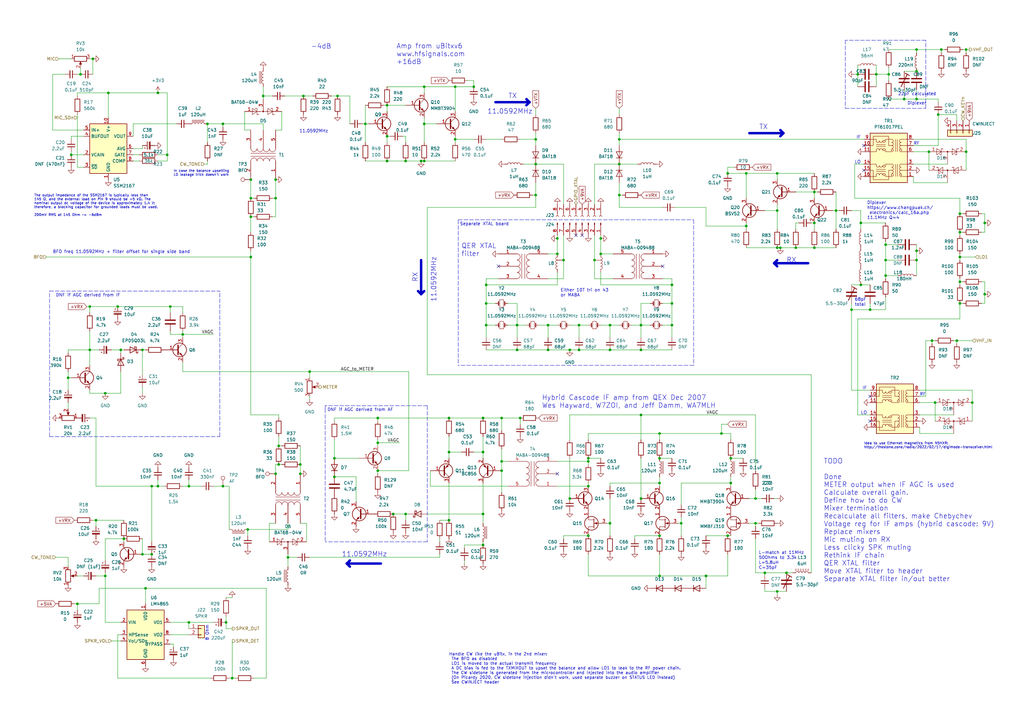
<source format=kicad_sch>
(kicad_sch (version 20211123) (generator eeschema)

  (uuid 0e592cd4-1950-44ef-9727-8e526f4c4e12)

  (paper "A3")

  (title_block
    (title "DART-70 TRX")
    (date "2023-02-18")
    (rev "0")
    (company "HB9EGM")
    (comment 1 "A 4m Band SSB/CW Transceiver")
    (comment 2 "Baseband")
  )

  

  (junction (at 186.69 57.15) (diameter 0) (color 0 0 0 0)
    (uuid 0079a40d-5664-4eb5-a4a1-35e197c9e578)
  )
  (junction (at 172.72 66.04) (diameter 0) (color 0 0 0 0)
    (uuid 027f19f3-a3d5-4daa-a96e-c5d9a71c1df8)
  )
  (junction (at 158.75 55.88) (diameter 0) (color 0 0 0 0)
    (uuid 02d8bab6-e62a-43d8-ae0a-47eb8be52f66)
  )
  (junction (at 58.42 143.51) (diameter 0) (color 0 0 0 0)
    (uuid 059f4155-bed3-4fb2-9baa-d569f31b7e5d)
  )
  (junction (at 320.04 101.6) (diameter 0) (color 0 0 0 0)
    (uuid 076a6a07-11fa-4191-a538-035a47a6b026)
  )
  (junction (at 199.39 124.46) (diameter 0) (color 0 0 0 0)
    (uuid 08e3fbcd-b24c-43b5-a2a5-3ed606084464)
  )
  (junction (at 375.92 20.32) (diameter 0) (color 0 0 0 0)
    (uuid 0e0e432b-78ea-4677-9624-cfa175a66f05)
  )
  (junction (at 262.89 143.51) (diameter 0) (color 0 0 0 0)
    (uuid 0e565d2a-00bb-4f20-8e2e-0f824e8d2762)
  )
  (junction (at 356.87 127) (diameter 0) (color 0 0 0 0)
    (uuid 0e79f50c-6749-4775-a4f9-1113788b2e6b)
  )
  (junction (at 241.3 189.23) (diameter 0) (color 0 0 0 0)
    (uuid 0f8367d0-e4ea-40ae-8dac-4e16d60a532f)
  )
  (junction (at 298.45 71.12) (diameter 0) (color 0 0 0 0)
    (uuid 1012b60c-7995-4cf6-a029-e4cda1fc26a4)
  )
  (junction (at 39.37 213.36) (diameter 0) (color 0 0 0 0)
    (uuid 1761eacf-5516-4f80-af22-ca5c2f3d7629)
  )
  (junction (at 173.99 50.8) (diameter 0) (color 0 0 0 0)
    (uuid 17a2367e-a2ff-4b57-83ee-9ab25894ec97)
  )
  (junction (at 48.26 125.73) (diameter 0) (color 0 0 0 0)
    (uuid 1843d2c0-629c-44e7-8460-03ced60a2111)
  )
  (junction (at 334.01 101.6) (diameter 0) (color 0 0 0 0)
    (uuid 1938c685-27ac-44a9-aab4-2c6ed50b8ec7)
  )
  (junction (at 295.91 177.8) (diameter 0) (color 0 0 0 0)
    (uuid 1a164a1f-45a6-43b7-9b64-349463c23d37)
  )
  (junction (at 166.37 210.82) (diameter 0) (color 0 0 0 0)
    (uuid 1c038126-c738-4381-b698-5c33c4341ae8)
  )
  (junction (at 64.77 38.1) (diameter 0) (color 0 0 0 0)
    (uuid 1d478e31-7d05-4026-94bc-716d6e6d4a57)
  )
  (junction (at 262.89 204.47) (diameter 0) (color 0 0 0 0)
    (uuid 1de51305-582b-4628-8092-75c3cf54eea0)
  )
  (junction (at 113.03 194.31) (diameter 0) (color 0 0 0 0)
    (uuid 1e5b8adc-bfe4-4d62-8fbb-b09ad198c5b6)
  )
  (junction (at 233.68 143.51) (diameter 0) (color 0 0 0 0)
    (uuid 210630ed-a720-499f-8ec9-3630627e1e05)
  )
  (junction (at 194.31 35.56) (diameter 0) (color 0 0 0 0)
    (uuid 222d63d3-68ff-4a04-b7c3-6efd5c4ab9e1)
  )
  (junction (at 381 62.23) (diameter 0) (color 0 0 0 0)
    (uuid 223b72c8-191b-4d26-8e73-2beb56cb0a2b)
  )
  (junction (at 298.45 219.71) (diameter 0) (color 0 0 0 0)
    (uuid 22f086a0-4e36-4832-8e1e-3bdb65f5c3f2)
  )
  (junction (at 212.09 143.51) (diameter 0) (color 0 0 0 0)
    (uuid 24fd922c-d488-4d61-b6dc-9d3e359ccc82)
  )
  (junction (at 299.72 187.96) (diameter 0) (color 0 0 0 0)
    (uuid 2583e10f-d237-4b6a-a35d-cff26f964496)
  )
  (junction (at 384.81 46.99) (diameter 0) (color 0 0 0 0)
    (uuid 2752e81c-fd78-4adc-8a3e-c2100d5bd7d7)
  )
  (junction (at 44.45 38.1) (diameter 0) (color 0 0 0 0)
    (uuid 2792ed93-89db-4e51-99ff-281323e776eb)
  )
  (junction (at 43.18 161.29) (diameter 0) (color 0 0 0 0)
    (uuid 2ac61f93-ebdb-4844-a9b1-76718596cd8a)
  )
  (junction (at 158.75 43.18) (diameter 0) (color 0 0 0 0)
    (uuid 2cd3680a-9e9d-4c97-9125-39c64a75e644)
  )
  (junction (at 270.51 198.12) (diameter 0) (color 0 0 0 0)
    (uuid 2d264e2f-7e31-4a17-86c5-13a68ab3ff7e)
  )
  (junction (at 363.22 106.68) (diameter 0) (color 0 0 0 0)
    (uuid 2fd14c3b-7e81-4330-b4b6-7d3b5d88fd5c)
  )
  (junction (at 393.7 115.57) (diameter 0) (color 0 0 0 0)
    (uuid 2fdc7923-56aa-4f0e-b559-e1b2e79c3c8f)
  )
  (junction (at 114.3 190.5) (diameter 0) (color 0 0 0 0)
    (uuid 30a877c2-a2d2-45b6-a8fa-8c4567fd5621)
  )
  (junction (at 382.27 139.7) (diameter 0) (color 0 0 0 0)
    (uuid 30dc039a-a902-4295-a2ea-7a00c6153126)
  )
  (junction (at 318.77 71.12) (diameter 0) (color 0 0 0 0)
    (uuid 315201dd-7991-408a-b65b-aa397fb29cdd)
  )
  (junction (at 38.1 24.13) (diameter 0) (color 0 0 0 0)
    (uuid 335263d3-7e35-4a9c-83c2-cd71d45f0688)
  )
  (junction (at 383.54 165.1) (diameter 0) (color 0 0 0 0)
    (uuid 3365c11b-b4a5-418d-85ee-41028926f18a)
  )
  (junction (at 351.79 30.48) (diameter 0) (color 0 0 0 0)
    (uuid 3b4c9779-bcad-4732-8142-8c3ab8d0419f)
  )
  (junction (at 173.99 35.56) (diameter 0) (color 0 0 0 0)
    (uuid 3bd6009a-f48b-4c66-92de-4d24549b4c7d)
  )
  (junction (at 161.29 210.82) (diameter 0) (color 0 0 0 0)
    (uuid 3bf0f30a-4c02-4011-9e56-5268cd9a18bc)
  )
  (junction (at 198.12 171.45) (diameter 0) (color 0 0 0 0)
    (uuid 3e9deac2-8e86-484c-b76a-a334d0715f66)
  )
  (junction (at 403.86 120.65) (diameter 0) (color 0 0 0 0)
    (uuid 3f6ba890-8616-4e68-b9d0-3d4eacc2e5c7)
  )
  (junction (at 375.92 106.68) (diameter 0) (color 0 0 0 0)
    (uuid 3fcecab3-b47b-4a8c-9fb9-b323af94bc6b)
  )
  (junction (at 173.99 66.04) (diameter 0) (color 0 0 0 0)
    (uuid 43c88063-044a-47b7-b010-f3fb76152eec)
  )
  (junction (at 375.92 102.87) (diameter 0) (color 0 0 0 0)
    (uuid 446196fa-4af3-4fe1-9348-f02489c61276)
  )
  (junction (at 199.39 133.35) (diameter 0) (color 0 0 0 0)
    (uuid 460147d8-e4b6-4910-88e9-07d1ddd6c2df)
  )
  (junction (at 219.71 57.15) (diameter 0) (color 0 0 0 0)
    (uuid 485f8372-6f58-431e-9419-bfc90ad67732)
  )
  (junction (at 364.49 30.48) (diameter 0) (color 0 0 0 0)
    (uuid 4b3ba67b-606d-4750-abb9-54a01fd7bc1a)
  )
  (junction (at 212.09 133.35) (diameter 0) (color 0 0 0 0)
    (uuid 4b982f8b-ca29-4ebf-88fc-8a50b24e0802)
  )
  (junction (at 359.41 30.48) (diameter 0) (color 0 0 0 0)
    (uuid 4bcbab50-174d-4a4b-8660-c13a99f4d953)
  )
  (junction (at 246.38 104.14) (diameter 0) (color 0 0 0 0)
    (uuid 4d4b296b-354c-4f54-8b98-a9fec52fa110)
  )
  (junction (at 375.92 29.21) (diameter 0) (color 0 0 0 0)
    (uuid 4dbafe87-53e2-4b1b-b9d1-f029995a0c51)
  )
  (junction (at 91.44 50.8) (diameter 0) (color 0 0 0 0)
    (uuid 4f100da6-d6f9-4b77-90f1-fda986c2ed73)
  )
  (junction (at 113.03 81.28) (diameter 0) (color 0 0 0 0)
    (uuid 4f661a6f-98d8-4461-9401-113364b1e3a8)
  )
  (junction (at 184.15 213.36) (diameter 0) (color 0 0 0 0)
    (uuid 510aabe6-d19e-45d2-9ee4-74f6d2e6df89)
  )
  (junction (at 393.7 87.63) (diameter 0) (color 0 0 0 0)
    (uuid 56e3e10b-0165-4e27-9816-f40b5bb7e426)
  )
  (junction (at 275.59 133.35) (diameter 0) (color 0 0 0 0)
    (uuid 5c4341e3-29f4-4014-ad6b-9b4cb50156a6)
  )
  (junction (at 246.38 97.79) (diameter 0) (color 0 0 0 0)
    (uuid 5d58706a-c013-405c-9112-847886006796)
  )
  (junction (at 262.89 133.35) (diameter 0) (color 0 0 0 0)
    (uuid 5dbda758-e74b-4ccf-ad68-495d537d68ba)
  )
  (junction (at 275.59 124.46) (diameter 0) (color 0 0 0 0)
    (uuid 5fc44bfc-3a32-42f5-89ff-303d655beeb1)
  )
  (junction (at 198.12 223.52) (diameter 0) (color 0 0 0 0)
    (uuid 611c0051-64b3-4ff6-b51a-6ea814324060)
  )
  (junction (at 69.85 125.73) (diameter 0) (color 0 0 0 0)
    (uuid 62ed984b-c070-4de1-bd86-30aeb09fb9cd)
  )
  (junction (at 326.39 101.6) (diameter 0) (color 0 0 0 0)
    (uuid 6333a58f-0905-40bf-8806-a9405483f292)
  )
  (junction (at 138.43 39.37) (diameter 0) (color 0 0 0 0)
    (uuid 67d87795-1d4f-4f21-9afa-f7da30e8b867)
  )
  (junction (at 342.9 86.36) (diameter 0) (color 0 0 0 0)
    (uuid 6bdd7ca9-a767-4e33-bf37-498b319fce63)
  )
  (junction (at 102.87 88.9) (diameter 0) (color 0 0 0 0)
    (uuid 6e61ed05-4ce2-4d6e-b300-e8935e213361)
  )
  (junction (at 62.23 227.33) (diameter 0) (color 0 0 0 0)
    (uuid 707b1436-6255-4e74-ac3c-e365f258d4c7)
  )
  (junction (at 270.51 236.22) (diameter 0) (color 0 0 0 0)
    (uuid 711716b4-cb3c-40a8-915f-7a9cd1c1a345)
  )
  (junction (at 306.07 92.71) (diameter 0) (color 0 0 0 0)
    (uuid 71548298-edf3-48ed-bda9-4f920bb3ffda)
  )
  (junction (at 334.01 91.44) (diameter 0) (color 0 0 0 0)
    (uuid 7203aae8-7ab5-4754-be1f-92fd79bf7883)
  )
  (junction (at 228.6 104.14) (diameter 0) (color 0 0 0 0)
    (uuid 7292e3c7-8290-4fad-a17c-92a17c78ac6c)
  )
  (junction (at 127 152.4) (diameter 0) (color 0 0 0 0)
    (uuid 76f10a7e-8bc4-4240-8e23-1f6453db5228)
  )
  (junction (at 254 57.15) (diameter 0) (color 0 0 0 0)
    (uuid 782fd8fa-9fb0-44b6-bdfd-23367a676327)
  )
  (junction (at 299.72 198.12) (diameter 0) (color 0 0 0 0)
    (uuid 79aa4561-3272-488a-aacc-d24a783bf3fa)
  )
  (junction (at 393.7 105.41) (diameter 0) (color 0 0 0 0)
    (uuid 88658da7-484b-4fb1-bd87-cf0fe9fbbc98)
  )
  (junction (at 318.77 86.36) (diameter 0) (color 0 0 0 0)
    (uuid 897a30bd-82ab-4191-9e1c-88c95eb420c0)
  )
  (junction (at 205.74 171.45) (diameter 0) (color 0 0 0 0)
    (uuid 89924c9d-894c-4783-bb98-91fe4fffc426)
  )
  (junction (at 363.22 100.33) (diameter 0) (color 0 0 0 0)
    (uuid 89a0992d-b4b4-4a98-9018-0c3e3ac7c4ed)
  )
  (junction (at 403.86 91.44) (diameter 0) (color 0 0 0 0)
    (uuid 8a030abd-885a-4b15-b74a-b44dc2b6c7d7)
  )
  (junction (at 334.01 78.74) (diameter 0) (color 0 0 0 0)
    (uuid 8cad30c6-cd21-4b04-8aa8-5dfd9876668a)
  )
  (junction (at 370.84 40.64) (diameter 0) (color 0 0 0 0)
    (uuid 8d45f61e-b48a-4d9a-9705-81179d1cee29)
  )
  (junction (at 92.71 255.27) (diameter 0) (color 0 0 0 0)
    (uuid 8d612602-5cc8-45dd-a943-2a29be4b9ede)
  )
  (junction (at 102.87 81.28) (diameter 0) (color 0 0 0 0)
    (uuid 8edc9989-feda-4190-96e8-8ba0ca953891)
  )
  (junction (at 43.18 236.22) (diameter 0) (color 0 0 0 0)
    (uuid 8f57152a-781e-4e8e-b36c-e81f9a864e3b)
  )
  (junction (at 250.19 214.63) (diameter 0) (color 0 0 0 0)
    (uuid 91049a94-ccf8-463e-ab05-8a76a56be653)
  )
  (junction (at 309.88 214.63) (diameter 0) (color 0 0 0 0)
    (uuid 9134413a-edf3-40ce-9ec2-93a536746842)
  )
  (junction (at 318.77 242.57) (diameter 0) (color 0 0 0 0)
    (uuid 92b5166e-7b6a-4c31-94b5-b9d3f56f30b6)
  )
  (junction (at 205.74 189.23) (diameter 0) (color 0 0 0 0)
    (uuid 94a7e072-a853-4895-a974-0e863ac9edc2)
  )
  (junction (at 113.03 73.66) (diameter 0) (color 0 0 0 0)
    (uuid 9501ad82-8c5c-4bd6-a4e5-d738b7099508)
  )
  (junction (at 224.79 133.35) (diameter 0) (color 0 0 0 0)
    (uuid 9666bb6a-0c1d-4c92-be6d-94a465ec5c51)
  )
  (junction (at 64.77 199.39) (diameter 0) (color 0 0 0 0)
    (uuid 97e09b83-0572-4634-8ce7-0a86f1339fd8)
  )
  (junction (at 107.95 39.37) (diameter 0) (color 0 0 0 0)
    (uuid 983034d1-18ea-4dac-8753-9630cc5e0592)
  )
  (junction (at 386.08 20.32) (diameter 0) (color 0 0 0 0)
    (uuid 9873db56-1f37-4fe2-98ad-60e4c87af40c)
  )
  (junction (at 275.59 116.84) (diameter 0) (color 0 0 0 0)
    (uuid 9918dbb5-067b-4f72-a60f-e99dd790b7bf)
  )
  (junction (at 270.51 177.8) (diameter 0) (color 0 0 0 0)
    (uuid 994aaeb0-a945-4297-8f22-64b15ec2470b)
  )
  (junction (at 254 80.01) (diameter 0) (color 0 0 0 0)
    (uuid 99c68e22-79ac-4df3-82ed-69d5274feb54)
  )
  (junction (at 363.22 113.03) (diameter 0) (color 0 0 0 0)
    (uuid 9a438e91-12f1-4003-9587-51635f0ae695)
  )
  (junction (at 219.71 80.01) (diameter 0) (color 0 0 0 0)
    (uuid 9cae7022-94ae-4784-b773-30ffde5822a7)
  )
  (junction (at 102.87 73.66) (diameter 0) (color 0 0 0 0)
    (uuid 9d0f1857-3b05-4e01-b461-94289f64ce4a)
  )
  (junction (at 123.19 194.31) (diameter 0) (color 0 0 0 0)
    (uuid 9d1032f1-04b7-4a45-a406-c5f306a5a4a3)
  )
  (junction (at 154.94 193.04) (diameter 0) (color 0 0 0 0)
    (uuid a31e2cb7-a272-450b-beca-1b3c3565662d)
  )
  (junction (at 393.7 95.25) (diameter 0) (color 0 0 0 0)
    (uuid a4615cb6-40e1-4e6b-aa44-484a7357f4a4)
  )
  (junction (at 198.12 185.42) (diameter 0) (color 0 0 0 0)
    (uuid a4ec02e9-e140-4dcc-958f-47f7624526cb)
  )
  (junction (at 36.83 125.73) (diameter 0) (color 0 0 0 0)
    (uuid a65cad0c-0ef1-4ea5-a965-4eae7ac1f6af)
  )
  (junction (at 231.14 106.68) (diameter 0) (color 0 0 0 0)
    (uuid a662cdd6-a57e-4364-b8b3-c025c426c5be)
  )
  (junction (at 31.75 247.65) (diameter 0) (color 0 0 0 0)
    (uuid a69f72c8-ce0f-4293-bf44-c6832495c836)
  )
  (junction (at 77.47 199.39) (diameter 0) (color 0 0 0 0)
    (uuid a7cad282-51c3-4f24-be5e-311c2c5e959b)
  )
  (junction (at 137.16 195.58) (diameter 0) (color 0 0 0 0)
    (uuid a8675aa5-24f4-4a65-9564-259800e24a61)
  )
  (junction (at 228.6 97.79) (diameter 0) (color 0 0 0 0)
    (uuid aa537d78-628c-458e-8a08-c2dae82aca82)
  )
  (junction (at 318.77 101.6) (diameter 0) (color 0 0 0 0)
    (uuid aad5fe2f-2964-4c2f-90b5-8ec10e02fb70)
  )
  (junction (at 158.75 66.04) (diameter 0) (color 0 0 0 0)
    (uuid ab5a5163-9113-4726-bc7a-7e25f5bcb137)
  )
  (junction (at 27.94 154.94) (diameter 0) (color 0 0 0 0)
    (uuid ac0e5582-f44c-4bc2-8ae7-2c3f1115fb00)
  )
  (junction (at 33.02 30.48) (diameter 0) (color 0 0 0 0)
    (uuid ad2d033c-4040-4813-b5da-82cf827f9d86)
  )
  (junction (at 237.49 133.35) (diameter 0) (color 0 0 0 0)
    (uuid ad485fa9-ca4c-467a-b6d9-302ae2ec4eaa)
  )
  (junction (at 91.44 199.39) (diameter 0) (color 0 0 0 0)
    (uuid ae4c18cc-90ed-4d31-b27a-ee22bf49a14e)
  )
  (junction (at 237.49 143.51) (diameter 0) (color 0 0 0 0)
    (uuid aed41e50-066a-4d5d-9b35-33c86a58f817)
  )
  (junction (at 309.88 204.47) (diameter 0) (color 0 0 0 0)
    (uuid b046cbfe-7bd9-4ac8-9c60-a84b90a07076)
  )
  (junction (at 198.12 210.82) (diameter 0) (color 0 0 0 0)
    (uuid b0bd599f-5320-4de4-9844-b1248597f45d)
  )
  (junction (at 59.69 241.3) (diameter 0) (color 0 0 0 0)
    (uuid b2c93e47-1b35-4bce-b217-c95c59af9fea)
  )
  (junction (at 102.87 105.41) (diameter 0) (color 0 0 0 0)
    (uuid b2fc5a98-a9c8-4ffb-bf05-9a95788a6f6e)
  )
  (junction (at 199.39 116.84) (diameter 0) (color 0 0 0 0)
    (uuid b3ba518e-938d-434b-8f72-5ecf3fd42313)
  )
  (junction (at 154.94 181.61) (diameter 0) (color 0 0 0 0)
    (uuid b52e2ac1-1ad4-4299-a3b7-5950aeda9b09)
  )
  (junction (at 219.71 67.31) (diameter 0) (color 0 0 0 0)
    (uuid b55942a4-2e67-4c91-a2e2-17d287af1b39)
  )
  (junction (at 58.42 227.33) (diameter 0) (color 0 0 0 0)
    (uuid b67c5032-3958-4f67-8cff-2bc749aa2559)
  )
  (junction (at 68.58 63.5) (diameter 0) (color 0 0 0 0)
    (uuid b6a3e709-356a-4a55-ac00-07ba73afac37)
  )
  (junction (at 313.69 234.95) (diameter 0) (color 0 0 0 0)
    (uuid b7b0b83f-2dad-41a6-8e3b-dd0617021680)
  )
  (junction (at 233.68 204.47) (diameter 0) (color 0 0 0 0)
    (uuid bb8fc86a-138e-468d-a6f3-4d425bea2798)
  )
  (junction (at 241.3 199.39) (diameter 0) (color 0 0 0 0)
    (uuid bcb7b50e-e30b-4748-9ad3-15fd19268fd8)
  )
  (junction (at 270.51 187.96) (diameter 0) (color 0 0 0 0)
    (uuid bdd38f4a-d1f5-49ea-86a0-7074369f7406)
  )
  (junction (at 101.6 217.17) (diameter 0) (color 0 0 0 0)
    (uuid bf1cf86a-4cef-455a-b67c-093dbb9970e5)
  )
  (junction (at 95.25 278.13) (diameter 0) (color 0 0 0 0)
    (uuid bff74fb8-2e53-4140-9d30-8bb9b336dda4)
  )
  (junction (at 50.8 220.98) (diameter 0) (color 0 0 0 0)
    (uuid c07980be-125c-4459-be81-f2b8371f5ae2)
  )
  (junction (at 205.74 193.04) (diameter 0) (color 0 0 0 0)
    (uuid c41a688f-80a3-4252-bb37-134631846db3)
  )
  (junction (at 250.19 143.51) (diameter 0) (color 0 0 0 0)
    (uuid c8816f2b-d043-4f02-8988-815e5e7435ee)
  )
  (junction (at 118.11 228.6) (diameter 0) (color 0 0 0 0)
    (uuid c8c4fbfe-4e9c-445d-882a-7f1bac80adc8)
  )
  (junction (at 250.19 133.35) (diameter 0) (color 0 0 0 0)
    (uuid ca2ddb3d-eff7-4148-ac57-d5c14ba8be31)
  )
  (junction (at 393.7 124.46) (diameter 0) (color 0 0 0 0)
    (uuid ca5a4e59-a0d9-41f3-a4f9-8e9003dc636c)
  )
  (junction (at 241.3 187.96) (diameter 0) (color 0 0 0 0)
    (uuid cf4a7a0f-4b62-4a14-8810-1f9be9bb8bca)
  )
  (junction (at 375.92 40.64) (diameter 0) (color 0 0 0 0)
    (uuid cfd26f0b-c959-40e8-8a7e-48204bb5c64f)
  )
  (junction (at 224.79 143.51) (diameter 0) (color 0 0 0 0)
    (uuid d3e01bdf-5c14-407f-80a1-1d934fc04fab)
  )
  (junction (at 149.86 50.8) (diameter 0) (color 0 0 0 0)
    (uuid d46cfddd-ae59-45a8-a05e-501b77d91351)
  )
  (junction (at 124.46 39.37) (diameter 0) (color 0 0 0 0)
    (uuid d47b6e93-2883-4b61-9107-b49e482eb126)
  )
  (junction (at 270.51 219.71) (diameter 0) (color 0 0 0 0)
    (uuid d5fa5081-044e-4305-8f5d-d2a56bf86d29)
  )
  (junction (at 77.47 255.27) (diameter 0) (color 0 0 0 0)
    (uuid d6fda246-3399-48cd-8a06-99bbdf8c75e4)
  )
  (junction (at 241.3 219.71) (diameter 0) (color 0 0 0 0)
    (uuid d703d54e-2823-4563-98c8-59d8b8b54fec)
  )
  (junction (at 166.37 66.04) (diameter 0) (color 0 0 0 0)
    (uuid d774c163-0e71-4e59-99e8-33a6c910c00d)
  )
  (junction (at 62.23 199.39) (diameter 0) (color 0 0 0 0)
    (uuid d7d4c350-2318-4a09-b921-0a78963f6666)
  )
  (junction (at 254 67.31) (diameter 0) (color 0 0 0 0)
    (uuid d964cb21-9482-4b14-9981-964030a476a5)
  )
  (junction (at 396.24 62.23) (diameter 0) (color 0 0 0 0)
    (uuid daa9b5c5-21a2-4482-b81a-69bb9f749fb7)
  )
  (junction (at 186.69 35.56) (diameter 0) (color 0 0 0 0)
    (uuid dcdfeb28-863e-4a43-ad64-f6e45863b4d7)
  )
  (junction (at 213.36 171.45) (diameter 0) (color 0 0 0 0)
    (uuid ddaaa428-40ee-45ee-a789-6961e25a11bb)
  )
  (junction (at 392.43 139.7) (diameter 0) (color 0 0 0 0)
    (uuid de1eb50d-ef90-4d0d-a112-fc865a422b99)
  )
  (junction (at 289.56 236.22) (diameter 0) (color 0 0 0 0)
    (uuid df231e82-dc0c-49c1-a01b-d2be84591ff3)
  )
  (junction (at 322.58 234.95) (diameter 0) (color 0 0 0 0)
    (uuid e15f6002-d342-413a-a773-225c5f4cfb04)
  )
  (junction (at 396.24 20.32) (diameter 0) (color 0 0 0 0)
    (uuid e2d27bd1-d4c5-4321-a13b-160cb2d6015d)
  )
  (junction (at 49.53 143.51) (diameter 0) (color 0 0 0 0)
    (uuid e3903eeb-8b72-4b40-a088-cbbba270c01b)
  )
  (junction (at 184.15 171.45) (diameter 0) (color 0 0 0 0)
    (uuid e68e2295-e5ad-41e7-931d-7bf2c40e2981)
  )
  (junction (at 279.4 214.63) (diameter 0) (color 0 0 0 0)
    (uuid e736b041-4756-4726-980f-1b93cf00a2ad)
  )
  (junction (at 243.84 106.68) (diameter 0) (color 0 0 0 0)
    (uuid e7eee956-d2ad-4d33-9823-9759f9a8aab1)
  )
  (junction (at 74.93 137.16) (diameter 0) (color 0 0 0 0)
    (uuid e8558fbd-ea42-43a6-966a-7bd304bdfaad)
  )
  (junction (at 353.06 91.44) (diameter 0) (color 0 0 0 0)
    (uuid e8822f44-e7ca-47f3-a9bc-951244c889e7)
  )
  (junction (at 36.83 143.51) (diameter 0) (color 0 0 0 0)
    (uuid eac540a2-0555-4530-b9cb-9b037a65c0a7)
  )
  (junction (at 114.3 182.88) (diameter 0) (color 0 0 0 0)
    (uuid eb3c65f0-3082-4c13-98c1-cac8dc7eccac)
  )
  (junction (at 137.16 187.96) (diameter 0) (color 0 0 0 0)
    (uuid ecba702e-9fb5-4bd7-9b08-5197492ec54b)
  )
  (junction (at 349.25 127) (diameter 0) (color 0 0 0 0)
    (uuid ef4c798c-4721-49f1-8016-e362a6672715)
  )
  (junction (at 398.78 165.1) (diameter 0) (color 0 0 0 0)
    (uuid efac21da-3f93-4ae4-bab8-dbdec293c35e)
  )
  (junction (at 306.07 71.12) (diameter 0) (color 0 0 0 0)
    (uuid f02e930f-fe1a-4921-a9df-ee330f41d2bd)
  )
  (junction (at 154.94 171.45) (diameter 0) (color 0 0 0 0)
    (uuid f1a9e2a2-6347-4852-b335-cf8402c433a4)
  )
  (junction (at 353.06 116.84) (diameter 0) (color 0 0 0 0)
    (uuid f22dadd7-4a1b-4449-b981-cbbeced9fbc5)
  )
  (junction (at 85.09 50.8) (diameter 0) (color 0 0 0 0)
    (uuid f9362574-7797-4e6e-9765-e515232ee831)
  )
  (junction (at 184.15 185.42) (diameter 0) (color 0 0 0 0)
    (uuid fb5d1a59-18d1-49ea-b504-10e76cce8897)
  )
  (junction (at 123.19 190.5) (diameter 0) (color 0 0 0 0)
    (uuid fbe71f6a-7e5a-41f1-9e6e-b2e94d49a3bc)
  )
  (junction (at 29.21 63.5) (diameter 0) (color 0 0 0 0)
    (uuid fe2b05f5-675b-44d0-956c-c5829b7c692a)
  )
  (junction (at 262.89 170.18) (diameter 0) (color 0 0 0 0)
    (uuid fe2ce942-d4c5-4b3f-a09e-cda9276450f6)
  )

  (no_connect (at 356.87 172.72) (uuid 112718f1-f222-4c50-a4f0-a42dabd066b7))
  (no_connect (at 236.22 96.52) (uuid 2b99a1e6-5f67-436f-9ed5-38e8bfd4c142))
  (no_connect (at 354.33 69.85) (uuid 36cd8509-4b06-4001-aa2f-00b548cb4477))
  (no_connect (at 204.47 109.22) (uuid 4866aeb4-d287-46eb-8d15-c55d9c708490))
  (no_connect (at 354.33 59.69) (uuid 6226f2ac-b9bf-4733-a388-cd49aa6934ae))
  (no_connect (at 356.87 162.56) (uuid 69a2fbd1-0689-4722-b099-d7d4b3a2c805))
  (no_connect (at 271.78 109.22) (uuid 8a4c8ee9-530e-4698-8694-1dcab411e819))
  (no_connect (at 228.6 194.31) (uuid afdb3662-3196-4d9d-b0e8-7f416bb5cd4f))
  (no_connect (at 238.76 96.52) (uuid ee08a6c2-528a-478b-9089-08fe9a37ec7e))

  (wire (pts (xy 403.86 87.63) (xy 403.86 91.44))
    (stroke (width 0) (type default) (color 0 0 0 0))
    (uuid 006436ec-9ab2-4589-83be-4667e52db3bf)
  )
  (wire (pts (xy 205.74 171.45) (xy 205.74 176.53))
    (stroke (width 0) (type default) (color 0 0 0 0))
    (uuid 00c27d59-c437-4bee-9cde-cbd48a34e31b)
  )
  (wire (pts (xy 318.77 83.82) (xy 318.77 86.36))
    (stroke (width 0) (type default) (color 0 0 0 0))
    (uuid 00cf6024-5820-4cff-8981-5be2b438caf3)
  )
  (wire (pts (xy 87.63 199.39) (xy 91.44 199.39))
    (stroke (width 0) (type default) (color 0 0 0 0))
    (uuid 0113fe75-9787-49bd-865f-03242ce2a366)
  )
  (wire (pts (xy 219.71 57.15) (xy 219.71 54.61))
    (stroke (width 0) (type default) (color 0 0 0 0))
    (uuid 0125f083-fa2b-4a11-85be-7853b609b001)
  )
  (wire (pts (xy 359.41 30.48) (xy 359.41 35.56))
    (stroke (width 0) (type default) (color 0 0 0 0))
    (uuid 01c67c04-8ed4-481b-b382-ac69e0a55001)
  )
  (wire (pts (xy 68.58 66.04) (xy 64.77 66.04))
    (stroke (width 0) (type default) (color 0 0 0 0))
    (uuid 01caafb3-af8a-4642-870c-c290b286d040)
  )
  (wire (pts (xy 219.71 74.93) (xy 219.71 80.01))
    (stroke (width 0) (type default) (color 0 0 0 0))
    (uuid 01cceb30-c85f-4510-b324-8d17341fc730)
  )
  (wire (pts (xy 166.37 43.18) (xy 158.75 43.18))
    (stroke (width 0) (type default) (color 0 0 0 0))
    (uuid 01f0181c-303d-46c7-ba34-20eee1c48cd1)
  )
  (wire (pts (xy 173.99 50.8) (xy 179.07 50.8))
    (stroke (width 0) (type default) (color 0 0 0 0))
    (uuid 0222c276-ce98-44cf-9ac7-d0d00163570d)
  )
  (wire (pts (xy 190.5 231.14) (xy 190.5 229.87))
    (stroke (width 0) (type default) (color 0 0 0 0))
    (uuid 027fc545-8a42-4646-8424-467711418116)
  )
  (wire (pts (xy 114.3 170.18) (xy 114.3 171.45))
    (stroke (width 0) (type default) (color 0 0 0 0))
    (uuid 0332aa97-cadc-4e7a-b8af-ca59e255597d)
  )
  (wire (pts (xy 173.99 66.04) (xy 186.69 66.04))
    (stroke (width 0) (type default) (color 0 0 0 0))
    (uuid 035d062f-f875-4853-8ca1-a348c3967bb1)
  )
  (wire (pts (xy 113.03 214.63) (xy 110.49 214.63))
    (stroke (width 0) (type default) (color 0 0 0 0))
    (uuid 03b7756f-0559-43eb-b24d-3aefa5a15899)
  )
  (wire (pts (xy 394.97 20.32) (xy 396.24 20.32))
    (stroke (width 0) (type default) (color 0 0 0 0))
    (uuid 03ce6745-00b2-4d2b-bad7-eb9745172859)
  )
  (wire (pts (xy 166.37 210.82) (xy 161.29 210.82))
    (stroke (width 0) (type default) (color 0 0 0 0))
    (uuid 03dd13e2-d89f-47ed-8a2f-ce75e7a97ef3)
  )
  (wire (pts (xy 262.89 133.35) (xy 266.7 133.35))
    (stroke (width 0) (type default) (color 0 0 0 0))
    (uuid 042fe62b-53aa-4e86-97d0-9ccb1e16a895)
  )
  (wire (pts (xy 379.73 139.7) (xy 382.27 139.7))
    (stroke (width 0) (type default) (color 0 0 0 0))
    (uuid 0437af13-5b81-4e18-82d5-0ec28c5d895f)
  )
  (wire (pts (xy 374.65 74.93) (xy 374.65 72.39))
    (stroke (width 0) (type default) (color 0 0 0 0))
    (uuid 047a18ce-9e77-4d7d-a9ce-60b21f671177)
  )
  (wire (pts (xy 31.75 68.58) (xy 34.29 68.58))
    (stroke (width 0) (type default) (color 0 0 0 0))
    (uuid 04868f85-bc69-4fa9-8e62-d78ffe5ae58e)
  )
  (wire (pts (xy 396.24 20.32) (xy 397.51 20.32))
    (stroke (width 0) (type default) (color 0 0 0 0))
    (uuid 04ef368b-f4e9-48da-956c-ee93cb3d01e8)
  )
  (wire (pts (xy 363.22 106.68) (xy 363.22 113.03))
    (stroke (width 0) (type default) (color 0 0 0 0))
    (uuid 05ddadd4-94df-4d6a-b500-ff320675ba33)
  )
  (wire (pts (xy 241.3 227.33) (xy 241.3 236.22))
    (stroke (width 0) (type default) (color 0 0 0 0))
    (uuid 066671d9-1fdf-4a05-a7e7-cadb7d44b89f)
  )
  (wire (pts (xy 356.87 124.46) (xy 356.87 127))
    (stroke (width 0) (type default) (color 0 0 0 0))
    (uuid 06fedb5b-65dd-4aa0-9e2d-b04e5a505f26)
  )
  (wire (pts (xy 208.28 124.46) (xy 212.09 124.46))
    (stroke (width 0) (type default) (color 0 0 0 0))
    (uuid 082d865b-0a4e-49c3-b18b-be47fd4a465a)
  )
  (wire (pts (xy 382.27 139.7) (xy 383.54 139.7))
    (stroke (width 0) (type default) (color 0 0 0 0))
    (uuid 0830aef1-c986-42f8-ba6a-a3fcacbf0210)
  )
  (wire (pts (xy 309.88 234.95) (xy 309.88 220.98))
    (stroke (width 0) (type default) (color 0 0 0 0))
    (uuid 08c8f1b4-737d-438b-967e-a77cce3833c0)
  )
  (wire (pts (xy 58.42 143.51) (xy 58.42 153.67))
    (stroke (width 0) (type default) (color 0 0 0 0))
    (uuid 09321bf4-1ea1-49b5-b1f9-ac29d6606a74)
  )
  (wire (pts (xy 173.99 35.56) (xy 186.69 35.56))
    (stroke (width 0) (type default) (color 0 0 0 0))
    (uuid 0943dfff-08fd-4176-a97a-8e271f47b148)
  )
  (wire (pts (xy 393.7 105.41) (xy 393.7 104.14))
    (stroke (width 0) (type default) (color 0 0 0 0))
    (uuid 09aa0d32-f4dc-42fd-a756-e1229737bd34)
  )
  (wire (pts (xy 289.56 236.22) (xy 289.56 241.3))
    (stroke (width 0) (type default) (color 0 0 0 0))
    (uuid 0a0c053c-54e0-4f14-b909-036d0c5fbf08)
  )
  (wire (pts (xy 158.75 43.18) (xy 158.75 45.72))
    (stroke (width 0) (type default) (color 0 0 0 0))
    (uuid 0a80373e-7854-41a7-8441-30fd81967887)
  )
  (wire (pts (xy 254 74.93) (xy 254 80.01))
    (stroke (width 0) (type default) (color 0 0 0 0))
    (uuid 0a9f993d-d83a-4cdc-bae3-0f40dd545220)
  )
  (wire (pts (xy 279.4 198.12) (xy 299.72 198.12))
    (stroke (width 0) (type default) (color 0 0 0 0))
    (uuid 0b5e9f79-a50b-4078-b2be-eff1d45ab7fc)
  )
  (wire (pts (xy 219.71 80.01) (xy 219.71 85.09))
    (stroke (width 0) (type default) (color 0 0 0 0))
    (uuid 0c3bb475-57a3-4465-801b-1823c9a733cc)
  )
  (wire (pts (xy 309.88 234.95) (xy 313.69 234.95))
    (stroke (width 0) (type default) (color 0 0 0 0))
    (uuid 0dc79dd3-c584-4173-b914-e6a8bcd18e45)
  )
  (wire (pts (xy 36.83 135.89) (xy 36.83 143.51))
    (stroke (width 0) (type default) (color 0 0 0 0))
    (uuid 0e1c6bbc-4cc4-4ce9-b48a-8292bb286da8)
  )
  (wire (pts (xy 246.38 97.79) (xy 246.38 96.52))
    (stroke (width 0) (type default) (color 0 0 0 0))
    (uuid 0f4b5c7f-79aa-4c46-b222-58e7e288b195)
  )
  (wire (pts (xy 33.02 27.94) (xy 33.02 30.48))
    (stroke (width 0) (type default) (color 0 0 0 0))
    (uuid 100847e3-630c-4c13-ba45-180e92370805)
  )
  (wire (pts (xy 318.77 71.12) (xy 318.77 73.66))
    (stroke (width 0) (type default) (color 0 0 0 0))
    (uuid 10ef0d40-b427-4fac-bff7-e8ca2d279fd2)
  )
  (wire (pts (xy 166.37 66.04) (xy 172.72 66.04))
    (stroke (width 0) (type default) (color 0 0 0 0))
    (uuid 11ac1ac8-72b6-43ed-915e-50f87561daf8)
  )
  (wire (pts (xy 107.95 50.8) (xy 91.44 50.8))
    (stroke (width 0) (type default) (color 0 0 0 0))
    (uuid 12340fb8-cd9c-4069-beec-13d4d2ea0d99)
  )
  (polyline (pts (xy 307.34 54.61) (xy 321.31 54.61))
    (stroke (width 1) (type solid) (color 0 0 0 0))
    (uuid 1281d63b-9c8c-4454-9b2d-0bbbc27e2ae7)
  )

  (wire (pts (xy 44.45 38.1) (xy 64.77 38.1))
    (stroke (width 0) (type default) (color 0 0 0 0))
    (uuid 12e17856-cd8c-41a8-bb2e-9faca10b0973)
  )
  (wire (pts (xy 393.7 130.81) (xy 351.79 130.81))
    (stroke (width 0) (type default) (color 0 0 0 0))
    (uuid 15352954-5a6d-4167-94e3-a8475b279783)
  )
  (wire (pts (xy 43.18 234.95) (xy 43.18 236.22))
    (stroke (width 0) (type default) (color 0 0 0 0))
    (uuid 15e1025c-faeb-49ff-aaa3-6ba9acaabd98)
  )
  (wire (pts (xy 137.16 172.72) (xy 137.16 171.45))
    (stroke (width 0) (type default) (color 0 0 0 0))
    (uuid 1606d99f-0508-4f2e-b63b-47e62c4312ee)
  )
  (wire (pts (xy 386.08 21.59) (xy 386.08 20.32))
    (stroke (width 0) (type default) (color 0 0 0 0))
    (uuid 16070e3c-2cc9-4d09-bef3-8ceccb63947e)
  )
  (wire (pts (xy 36.83 125.73) (xy 36.83 128.27))
    (stroke (width 0) (type default) (color 0 0 0 0))
    (uuid 16aa2316-1a67-45e5-b6c4-e59dd85814f4)
  )
  (wire (pts (xy 334.01 71.12) (xy 318.77 71.12))
    (stroke (width 0) (type default) (color 0 0 0 0))
    (uuid 16b8184d-4364-4664-b33c-1e355c0b0e6c)
  )
  (wire (pts (xy 298.45 68.58) (xy 298.45 71.12))
    (stroke (width 0) (type default) (color 0 0 0 0))
    (uuid 171c47c2-e63c-45a5-b02c-078b78214786)
  )
  (wire (pts (xy 115.57 182.88) (xy 114.3 182.88))
    (stroke (width 0) (type default) (color 0 0 0 0))
    (uuid 17c93850-5ebd-4f0d-b8eb-52bf14b01af4)
  )
  (wire (pts (xy 186.69 35.56) (xy 194.31 35.56))
    (stroke (width 0) (type default) (color 0 0 0 0))
    (uuid 18723066-b973-43bf-8bbf-4c210121a928)
  )
  (wire (pts (xy 334.01 78.74) (xy 334.01 81.28))
    (stroke (width 0) (type default) (color 0 0 0 0))
    (uuid 189610aa-2967-4418-8b8b-b36bdf6bc60b)
  )
  (wire (pts (xy 375.92 100.33) (xy 375.92 102.87))
    (stroke (width 0) (type default) (color 0 0 0 0))
    (uuid 19028db1-670b-4d84-9d20-5aa2f8585dd7)
  )
  (wire (pts (xy 342.9 101.6) (xy 334.01 101.6))
    (stroke (width 0) (type default) (color 0 0 0 0))
    (uuid 1966977a-39df-4890-91de-0e8ae767b0a0)
  )
  (wire (pts (xy 186.69 57.15) (xy 194.31 57.15))
    (stroke (width 0) (type default) (color 0 0 0 0))
    (uuid 19a56892-f9d5-4508-ab75-59721c555275)
  )
  (wire (pts (xy 313.69 242.57) (xy 313.69 241.3))
    (stroke (width 0) (type default) (color 0 0 0 0))
    (uuid 1a255025-6cad-4a3e-8763-c9c3ba585d53)
  )
  (wire (pts (xy 326.39 101.6) (xy 320.04 101.6))
    (stroke (width 0) (type default) (color 0 0 0 0))
    (uuid 1a86e987-6d08-4b7a-b2e3-f89b9863e895)
  )
  (wire (pts (xy 146.05 195.58) (xy 146.05 205.74))
    (stroke (width 0) (type default) (color 0 0 0 0))
    (uuid 1a9613ab-fb34-4a02-8365-aadaa421dfaf)
  )
  (wire (pts (xy 27.94 143.51) (xy 36.83 143.51))
    (stroke (width 0) (type default) (color 0 0 0 0))
    (uuid 1a9f0d73-6986-450b-8da5-dca8d718cd0d)
  )
  (wire (pts (xy 375.92 20.32) (xy 386.08 20.32))
    (stroke (width 0) (type default) (color 0 0 0 0))
    (uuid 1b89864d-e042-4259-99ab-c96136a33a11)
  )
  (wire (pts (xy 350.52 67.31) (xy 350.52 81.28))
    (stroke (width 0) (type default) (color 0 0 0 0))
    (uuid 1c0378fb-8fa4-4942-8a64-86b9252ef636)
  )
  (wire (pts (xy 262.89 143.51) (xy 275.59 143.51))
    (stroke (width 0) (type default) (color 0 0 0 0))
    (uuid 1d8cbdb8-b0d5-4f06-84c8-05770b7e9555)
  )
  (wire (pts (xy 219.71 59.69) (xy 219.71 57.15))
    (stroke (width 0) (type default) (color 0 0 0 0))
    (uuid 1dbe419a-f71e-4ab5-9a49-e58e75747fdf)
  )
  (wire (pts (xy 118.11 217.17) (xy 101.6 217.17))
    (stroke (width 0) (type default) (color 0 0 0 0))
    (uuid 1dc9a7fa-415c-4243-97fb-46b0d627e89d)
  )
  (wire (pts (xy 137.16 171.45) (xy 154.94 171.45))
    (stroke (width 0) (type default) (color 0 0 0 0))
    (uuid 1ddbded3-4d65-49ba-8123-18c72e4b7f4a)
  )
  (wire (pts (xy 363.22 113.03) (xy 363.22 114.3))
    (stroke (width 0) (type default) (color 0 0 0 0))
    (uuid 1e2c0cdd-08a6-4586-b370-3ffc74205845)
  )
  (wire (pts (xy 243.84 106.68) (xy 243.84 114.3))
    (stroke (width 0) (type default) (color 0 0 0 0))
    (uuid 1e9638be-d271-44b9-9bc3-e37783c8782f)
  )
  (wire (pts (xy 158.75 66.04) (xy 166.37 66.04))
    (stroke (width 0) (type default) (color 0 0 0 0))
    (uuid 1f1052c4-d15a-450f-8bb0-3cc3f3592607)
  )
  (wire (pts (xy 250.19 204.47) (xy 250.19 214.63))
    (stroke (width 0) (type default) (color 0 0 0 0))
    (uuid 1f1c22b1-15a3-4e28-88a5-25ba2fbef197)
  )
  (wire (pts (xy 212.09 124.46) (xy 212.09 133.35))
    (stroke (width 0) (type default) (color 0 0 0 0))
    (uuid 1fd73780-e017-4e2c-9674-56cb6f09dc2d)
  )
  (wire (pts (xy 246.38 116.84) (xy 275.59 116.84))
    (stroke (width 0) (type default) (color 0 0 0 0))
    (uuid 2163a967-be2d-4344-a94d-f1b8da3dc3a3)
  )
  (wire (pts (xy 396.24 57.15) (xy 396.24 62.23))
    (stroke (width 0) (type default) (color 0 0 0 0))
    (uuid 2171e051-2b1c-4df3-9987-bb0d428437aa)
  )
  (wire (pts (xy 69.85 135.89) (xy 69.85 137.16))
    (stroke (width 0) (type default) (color 0 0 0 0))
    (uuid 22591446-6d82-47ac-b525-9e9deb496c8c)
  )
  (wire (pts (xy 137.16 180.34) (xy 137.16 187.96))
    (stroke (width 0) (type default) (color 0 0 0 0))
    (uuid 231e5ae4-1791-4485-9a32-a64456488009)
  )
  (wire (pts (xy 111.76 88.9) (xy 113.03 88.9))
    (stroke (width 0) (type default) (color 0 0 0 0))
    (uuid 233c88a4-9a5e-42af-96fb-5079a0c4ddfe)
  )
  (wire (pts (xy 241.3 189.23) (xy 241.3 187.96))
    (stroke (width 0) (type default) (color 0 0 0 0))
    (uuid 25347fbb-8744-4d15-9949-de9866144f81)
  )
  (wire (pts (xy 270.51 177.8) (xy 241.3 177.8))
    (stroke (width 0) (type default) (color 0 0 0 0))
    (uuid 2556849b-244d-40cf-86de-101d00a3273d)
  )
  (wire (pts (xy 275.59 187.96) (xy 270.51 187.96))
    (stroke (width 0) (type default) (color 0 0 0 0))
    (uuid 25b40549-5004-4a9f-8c83-45a4561f2c44)
  )
  (wire (pts (xy 39.37 213.36) (xy 50.8 213.36))
    (stroke (width 0) (type default) (color 0 0 0 0))
    (uuid 268a679e-e023-47f5-8a31-2516b1c23479)
  )
  (wire (pts (xy 295.91 173.99) (xy 295.91 177.8))
    (stroke (width 0) (type default) (color 0 0 0 0))
    (uuid 27937394-9bb7-48f6-a154-02c32eca1c67)
  )
  (wire (pts (xy 342.9 78.74) (xy 342.9 86.36))
    (stroke (width 0) (type default) (color 0 0 0 0))
    (uuid 2812f45e-ebd6-42bd-b5eb-ed95214eca8f)
  )
  (wire (pts (xy 198.12 198.12) (xy 198.12 210.82))
    (stroke (width 0) (type default) (color 0 0 0 0))
    (uuid 287f053d-d517-4f77-a833-8d255e7a9f3f)
  )
  (wire (pts (xy 31.75 247.65) (xy 40.64 247.65))
    (stroke (width 0) (type default) (color 0 0 0 0))
    (uuid 29b8b23a-e7ee-4dc9-92e7-c3cadb119379)
  )
  (wire (pts (xy 335.28 78.74) (xy 334.01 78.74))
    (stroke (width 0) (type default) (color 0 0 0 0))
    (uuid 2a3e52a2-02c1-4de1-bbee-f4f094c5cf5c)
  )
  (wire (pts (xy 205.74 189.23) (xy 205.74 193.04))
    (stroke (width 0) (type default) (color 0 0 0 0))
    (uuid 2a63233b-a7a2-4c59-82c8-58a12efecada)
  )
  (wire (pts (xy 250.19 214.63) (xy 248.92 214.63))
    (stroke (width 0) (type default) (color 0 0 0 0))
    (uuid 2afd810b-02fc-4ddc-b23c-b8689ad0ab1d)
  )
  (wire (pts (xy 34.29 55.88) (xy 29.21 55.88))
    (stroke (width 0) (type default) (color 0 0 0 0))
    (uuid 2b878984-ad62-40d5-87be-d30f465ae2b3)
  )
  (wire (pts (xy 74.93 152.4) (xy 74.93 148.59))
    (stroke (width 0) (type default) (color 0 0 0 0))
    (uuid 2b894b8a-c098-4d9d-be0f-2ef41dea274e)
  )
  (wire (pts (xy 266.7 124.46) (xy 262.89 124.46))
    (stroke (width 0) (type default) (color 0 0 0 0))
    (uuid 2ba6a5e2-be81-4fda-a558-a7c1489b8584)
  )
  (wire (pts (xy 228.6 97.79) (xy 228.6 104.14))
    (stroke (width 0) (type default) (color 0 0 0 0))
    (uuid 2bb91631-ebd1-41f4-8f02-7d20cea9a1ea)
  )
  (wire (pts (xy 118.11 228.6) (xy 118.11 227.33))
    (stroke (width 0) (type default) (color 0 0 0 0))
    (uuid 2bc9d2d9-93de-4c12-bc6b-86b8c29f0aa6)
  )
  (wire (pts (xy 199.39 114.3) (xy 199.39 116.84))
    (stroke (width 0) (type default) (color 0 0 0 0))
    (uuid 2d4b6a63-930e-4ce6-8f19-abaabb68aafd)
  )
  (wire (pts (xy 349.25 160.02) (xy 349.25 127))
    (stroke (width 0) (type default) (color 0 0 0 0))
    (uuid 2dcb67f4-c872-4b2a-956a-523605159edb)
  )
  (wire (pts (xy 128.27 39.37) (xy 124.46 39.37))
    (stroke (width 0) (type default) (color 0 0 0 0))
    (uuid 2e63a8de-ed51-4777-8337-472b5b4f8240)
  )
  (wire (pts (xy 275.59 138.43) (xy 275.59 133.35))
    (stroke (width 0) (type default) (color 0 0 0 0))
    (uuid 2e6b1f7e-e4c3-43a1-ae90-c85aa40696d5)
  )
  (wire (pts (xy 259.08 133.35) (xy 262.89 133.35))
    (stroke (width 0) (type default) (color 0 0 0 0))
    (uuid 2ec9be40-1d5a-4e2d-8a4d-4be2d3c079d5)
  )
  (wire (pts (xy 353.06 86.36) (xy 353.06 91.44))
    (stroke (width 0) (type default) (color 0 0 0 0))
    (uuid 2f3f2305-6e67-4103-9727-21f03965c347)
  )
  (wire (pts (xy 214.63 67.31) (xy 219.71 67.31))
    (stroke (width 0) (type default) (color 0 0 0 0))
    (uuid 3026ca22-9079-411a-bec8-e95daa0137af)
  )
  (wire (pts (xy 125.73 214.63) (xy 123.19 214.63))
    (stroke (width 0) (type default) (color 0 0 0 0))
    (uuid 307b7b86-dfcd-43e5-adae-a42ec65f9c2c)
  )
  (wire (pts (xy 241.3 190.5) (xy 241.3 189.23))
    (stroke (width 0) (type default) (color 0 0 0 0))
    (uuid 31405bcc-b3b5-4799-beda-e88762b1ff65)
  )
  (wire (pts (xy 241.3 236.22) (xy 270.51 236.22))
    (stroke (width 0) (type default) (color 0 0 0 0))
    (uuid 314a73cd-4340-4691-9097-14e559730536)
  )
  (wire (pts (xy 167.64 152.4) (xy 167.64 193.04))
    (stroke (width 0) (type default) (color 0 0 0 0))
    (uuid 321ed9e4-ae5b-472e-9566-a066b96db8bf)
  )
  (wire (pts (xy 233.68 170.18) (xy 233.68 180.34))
    (stroke (width 0) (type default) (color 0 0 0 0))
    (uuid 3276e29e-f986-4a1b-866c-9d3cbd2e5d3d)
  )
  (wire (pts (xy 186.69 45.72) (xy 186.69 35.56))
    (stroke (width 0) (type default) (color 0 0 0 0))
    (uuid 32d50c10-a20b-414f-afaf-7821cceaf33a)
  )
  (wire (pts (xy 26.67 30.48) (xy 21.59 30.48))
    (stroke (width 0) (type default) (color 0 0 0 0))
    (uuid 33b48673-c959-4510-b6fa-fd3f7bdb00fd)
  )
  (wire (pts (xy 64.77 63.5) (xy 68.58 63.5))
    (stroke (width 0) (type default) (color 0 0 0 0))
    (uuid 33b6dbe8-d555-4f35-a63c-27c75fa09ca7)
  )
  (wire (pts (xy 118.11 214.63) (xy 118.11 217.17))
    (stroke (width 0) (type default) (color 0 0 0 0))
    (uuid 33b8f01e-acf2-48c5-adde-e838f3dfad6d)
  )
  (wire (pts (xy 172.72 66.04) (xy 173.99 66.04))
    (stroke (width 0) (type default) (color 0 0 0 0))
    (uuid 341e0f4b-92fa-44cf-9e72-3a5fc025563e)
  )
  (wire (pts (xy 377.19 177.8) (xy 377.19 175.26))
    (stroke (width 0) (type default) (color 0 0 0 0))
    (uuid 34971b89-a71c-4b1e-9611-7fffde0ef9c4)
  )
  (wire (pts (xy 212.09 138.43) (xy 212.09 133.35))
    (stroke (width 0) (type default) (color 0 0 0 0))
    (uuid 35343f32-90ff-4059-a108-111fb444c3d2)
  )
  (wire (pts (xy 394.97 124.46) (xy 393.7 124.46))
    (stroke (width 0) (type default) (color 0 0 0 0))
    (uuid 3586fadc-dfb0-445d-9e9e-609ee49ba8a3)
  )
  (wire (pts (xy 27.94 160.02) (xy 27.94 154.94))
    (stroke (width 0) (type default) (color 0 0 0 0))
    (uuid 35e60fa0-27cf-4d0e-8bab-b364400c08c0)
  )
  (wire (pts (xy 123.19 194.31) (xy 123.19 190.5))
    (stroke (width 0) (type default) (color 0 0 0 0))
    (uuid 362da67e-2cbf-4626-b5c1-6c5ba9fb75f9)
  )
  (wire (pts (xy 208.28 189.23) (xy 205.74 189.23))
    (stroke (width 0) (type default) (color 0 0 0 0))
    (uuid 364f7692-8fd2-4996-8f00-fec21fff2827)
  )
  (wire (pts (xy 275.59 133.35) (xy 271.78 133.35))
    (stroke (width 0) (type default) (color 0 0 0 0))
    (uuid 36696ac6-2db1-4b52-ae3d-9f3c89d2042f)
  )
  (wire (pts (xy 332.74 153.67) (xy 175.26 153.67))
    (stroke (width 0) (type default) (color 0 0 0 0))
    (uuid 369c2242-d22f-4370-b888-6adc5e444aec)
  )
  (wire (pts (xy 43.18 220.98) (xy 50.8 220.98))
    (stroke (width 0) (type default) (color 0 0 0 0))
    (uuid 37776474-3e55-452d-b61d-56f6c437c0b7)
  )
  (wire (pts (xy 368.3 113.03) (xy 363.22 113.03))
    (stroke (width 0) (type default) (color 0 0 0 0))
    (uuid 37c4ff09-2526-492b-a9f8-7ea7ff67af23)
  )
  (wire (pts (xy 104.14 278.13) (xy 109.22 278.13))
    (stroke (width 0) (type default) (color 0 0 0 0))
    (uuid 37f9ff9e-4ac0-495a-8616-d843451c132e)
  )
  (polyline (pts (xy 20.32 179.07) (xy 20.32 119.38))
    (stroke (width 0) (type default) (color 0 0 0 0))
    (uuid 38a62d51-e863-4b0e-8f07-7e1cafdb4037)
  )

  (wire (pts (xy 49.53 260.35) (xy 48.26 260.35))
    (stroke (width 0) (type default) (color 0 0 0 0))
    (uuid 38d04039-5d82-48aa-b8b9-bc35b46616f0)
  )
  (wire (pts (xy 198.12 210.82) (xy 175.26 210.82))
    (stroke (width 0) (type default) (color 0 0 0 0))
    (uuid 393131ec-a9a2-4b13-8fa7-5bb85d9e7338)
  )
  (wire (pts (xy 199.39 116.84) (xy 199.39 124.46))
    (stroke (width 0) (type default) (color 0 0 0 0))
    (uuid 3a274653-eff3-4ffe-9be8-2bfd0950af0a)
  )
  (polyline (pts (xy 172.72 120.65) (xy 173.99 119.38))
    (stroke (width 1) (type solid) (color 0 0 0 0))
    (uuid 3a303245-2826-476f-837a-6c776ac8eec5)
  )
  (polyline (pts (xy 317.5 107.95) (xy 318.77 106.68))
    (stroke (width 1) (type default) (color 0 0 0 0))
    (uuid 3ae1ad84-1d31-4d2b-b989-ca9af6058aea)
  )

  (wire (pts (xy 384.81 46.99) (xy 384.81 59.69))
    (stroke (width 0) (type default) (color 0 0 0 0))
    (uuid 3b27dc08-2c00-4501-9b7e-e1fc9c4c1450)
  )
  (wire (pts (xy 237.49 133.35) (xy 241.3 133.35))
    (stroke (width 0) (type default) (color 0 0 0 0))
    (uuid 3c11bba2-1b60-442e-87b9-29fc89c74881)
  )
  (wire (pts (xy 318.77 204.47) (xy 317.5 204.47))
    (stroke (width 0) (type default) (color 0 0 0 0))
    (uuid 3ccaef01-74e6-4115-959d-fbd093047018)
  )
  (wire (pts (xy 243.84 114.3) (xy 251.46 114.3))
    (stroke (width 0) (type default) (color 0 0 0 0))
    (uuid 3ce385e6-83c9-457f-9081-a08d654779c4)
  )
  (wire (pts (xy 85.09 50.8) (xy 91.44 50.8))
    (stroke (width 0) (type default) (color 0 0 0 0))
    (uuid 3d0f8577-6ffa-41a9-8b25-878e6e828efa)
  )
  (wire (pts (xy 213.36 173.99) (xy 213.36 171.45))
    (stroke (width 0) (type default) (color 0 0 0 0))
    (uuid 3d84257e-dfac-4e83-ad7d-92150f9df1d8)
  )
  (wire (pts (xy 344.17 86.36) (xy 342.9 86.36))
    (stroke (width 0) (type default) (color 0 0 0 0))
    (uuid 3d93a3e9-87ac-4a3b-9b9e-a240dd18c534)
  )
  (wire (pts (xy 39.37 199.39) (xy 62.23 199.39))
    (stroke (width 0) (type default) (color 0 0 0 0))
    (uuid 3dac0765-17a2-43b9-bab1-cc5f50ce960f)
  )
  (wire (pts (xy 158.75 55.88) (xy 158.75 58.42))
    (stroke (width 0) (type default) (color 0 0 0 0))
    (uuid 3e47bf3b-545f-417b-95f8-0ce48a2e696b)
  )
  (wire (pts (xy 45.72 143.51) (xy 49.53 143.51))
    (stroke (width 0) (type default) (color 0 0 0 0))
    (uuid 3f206607-332e-4c96-8963-5302804f476f)
  )
  (wire (pts (xy 189.23 185.42) (xy 184.15 185.42))
    (stroke (width 0) (type default) (color 0 0 0 0))
    (uuid 3f2a51a5-354e-4662-86fe-5462c2bd8d58)
  )
  (wire (pts (xy 403.86 115.57) (xy 403.86 120.65))
    (stroke (width 0) (type default) (color 0 0 0 0))
    (uuid 3f89e29b-9d8f-481a-a517-85ca9e00b6c5)
  )
  (wire (pts (xy 31.75 46.99) (xy 31.75 68.58))
    (stroke (width 0) (type default) (color 0 0 0 0))
    (uuid 4102ae0e-3d75-40cd-957b-0b4db5d3f5ee)
  )
  (wire (pts (xy 127 163.83) (xy 127 162.56))
    (stroke (width 0) (type default) (color 0 0 0 0))
    (uuid 4116bfc2-eab3-4c29-a983-44eacd9f10f5)
  )
  (polyline (pts (xy 172.72 120.65) (xy 171.45 119.38))
    (stroke (width 1) (type default) (color 0 0 0 0))
    (uuid 4163deab-1cd6-41dd-a3a6-4003a316c140)
  )

  (wire (pts (xy 36.83 161.29) (xy 43.18 161.29))
    (stroke (width 0) (type default) (color 0 0 0 0))
    (uuid 4208e41d-1d0a-40b9-bf94-fcbeb6562f9d)
  )
  (wire (pts (xy 241.3 198.12) (xy 241.3 199.39))
    (stroke (width 0) (type default) (color 0 0 0 0))
    (uuid 421e1cc2-36a4-4dea-b009-97c228e970dc)
  )
  (wire (pts (xy 300.99 68.58) (xy 298.45 68.58))
    (stroke (width 0) (type default) (color 0 0 0 0))
    (uuid 42209508-7425-4ef6-9bd3-77e80b4d9abd)
  )
  (wire (pts (xy 270.51 198.12) (xy 270.51 199.39))
    (stroke (width 0) (type default) (color 0 0 0 0))
    (uuid 426d408a-ed40-43b4-b8c5-0e2c5087c1f6)
  )
  (polyline (pts (xy 175.26 166.37) (xy 133.35 166.37))
    (stroke (width 0) (type default) (color 0 0 0 0))
    (uuid 4284f916-8fed-4278-b00c-4c3f313faf80)
  )

  (wire (pts (xy 262.89 170.18) (xy 233.68 170.18))
    (stroke (width 0) (type default) (color 0 0 0 0))
    (uuid 437cfd94-f586-4649-a4a7-54b6265ccf76)
  )
  (wire (pts (xy 393.7 87.63) (xy 394.97 87.63))
    (stroke (width 0) (type default) (color 0 0 0 0))
    (uuid 444b90a0-e12f-4604-8031-264a2e3dcb20)
  )
  (wire (pts (xy 241.3 219.71) (xy 231.14 219.71))
    (stroke (width 0) (type default) (color 0 0 0 0))
    (uuid 44df90bf-029f-4262-a166-22df8e216390)
  )
  (wire (pts (xy 64.77 199.39) (xy 64.77 196.85))
    (stroke (width 0) (type default) (color 0 0 0 0))
    (uuid 44e993be-f2df-4e61-a598-dfd6e106a208)
  )
  (wire (pts (xy 309.88 204.47) (xy 307.34 204.47))
    (stroke (width 0) (type default) (color 0 0 0 0))
    (uuid 454e30d7-bcaa-4ad9-9d06-8047eb4476bc)
  )
  (wire (pts (xy 101.6 217.17) (xy 101.6 219.71))
    (stroke (width 0) (type default) (color 0 0 0 0))
    (uuid 45583653-c1b9-48b1-85eb-b50796173085)
  )
  (polyline (pts (xy 346.71 16.51) (xy 346.71 44.45))
    (stroke (width 0) (type default) (color 0 0 0 0))
    (uuid 461edb23-c1ec-4e0f-871a-a240c1cd3a36)
  )

  (wire (pts (xy 250.19 138.43) (xy 250.19 133.35))
    (stroke (width 0) (type default) (color 0 0 0 0))
    (uuid 462f8e7e-09c6-4676-ba4f-fd07b2868aa8)
  )
  (wire (pts (xy 191.77 33.02) (xy 194.31 33.02))
    (stroke (width 0) (type default) (color 0 0 0 0))
    (uuid 466b5642-6c10-45a7-84e5-76759a53f192)
  )
  (wire (pts (xy 110.49 214.63) (xy 110.49 222.25))
    (stroke (width 0) (type default) (color 0 0 0 0))
    (uuid 46ae2584-1b1d-400b-a946-46158d09b58d)
  )
  (wire (pts (xy 379.73 139.7) (xy 379.73 162.56))
    (stroke (width 0) (type default) (color 0 0 0 0))
    (uuid 46da1e60-4761-4966-96b0-d563aff527c6)
  )
  (wire (pts (xy 255.27 80.01) (xy 254 80.01))
    (stroke (width 0) (type default) (color 0 0 0 0))
    (uuid 479fe35f-e09c-4372-8e15-6784a7e3fd2e)
  )
  (polyline (pts (xy 284.48 90.17) (xy 284.48 149.86))
    (stroke (width 0) (type default) (color 0 0 0 0))
    (uuid 47e3424a-459d-4696-b1ce-e9ec51099a1c)
  )

  (wire (pts (xy 275.59 116.84) (xy 275.59 124.46))
    (stroke (width 0) (type default) (color 0 0 0 0))
    (uuid 47e8fba7-36e4-45b9-a8af-75005a86d254)
  )
  (wire (pts (xy 353.06 116.84) (xy 356.87 116.84))
    (stroke (width 0) (type default) (color 0 0 0 0))
    (uuid 492c5c5d-50ff-4f53-8bfe-dbeae65bd117)
  )
  (wire (pts (xy 231.14 220.98) (xy 231.14 219.71))
    (stroke (width 0) (type default) (color 0 0 0 0))
    (uuid 4931cfe6-a57f-424e-bedb-abc0697ca70b)
  )
  (polyline (pts (xy 142.24 231.14) (xy 143.51 229.87))
    (stroke (width 1) (type default) (color 0 0 0 0))
    (uuid 4a76b230-b78d-4796-9f68-c133f21f299a)
  )

  (wire (pts (xy 149.86 66.04) (xy 158.75 66.04))
    (stroke (width 0) (type default) (color 0 0 0 0))
    (uuid 4c76f766-86d7-4a64-b1aa-c2031c80d4f9)
  )
  (wire (pts (xy 306.07 92.71) (xy 306.07 91.44))
    (stroke (width 0) (type default) (color 0 0 0 0))
    (uuid 4cd21fa0-7b67-47f6-b094-824c04769f7a)
  )
  (wire (pts (xy 43.18 255.27) (xy 49.53 255.27))
    (stroke (width 0) (type default) (color 0 0 0 0))
    (uuid 4ce56cdb-8470-4b42-9ca5-e46d2f98344e)
  )
  (wire (pts (xy 43.18 220.98) (xy 43.18 229.87))
    (stroke (width 0) (type default) (color 0 0 0 0))
    (uuid 4cef478d-ce34-4d8e-8420-37dbcb7ebab2)
  )
  (wire (pts (xy 241.3 180.34) (xy 241.3 177.8))
    (stroke (width 0) (type default) (color 0 0 0 0))
    (uuid 4d49a0aa-f132-4d9a-8008-eb3731d0492a)
  )
  (wire (pts (xy 271.78 124.46) (xy 275.59 124.46))
    (stroke (width 0) (type default) (color 0 0 0 0))
    (uuid 4e43689e-9cf0-4146-b69d-54896ee090d3)
  )
  (wire (pts (xy 289.56 236.22) (xy 270.51 236.22))
    (stroke (width 0) (type default) (color 0 0 0 0))
    (uuid 4f4c7500-1079-402a-a4d0-1b3ec566c005)
  )
  (wire (pts (xy 113.03 81.28) (xy 113.03 88.9))
    (stroke (width 0) (type default) (color 0 0 0 0))
    (uuid 4f650738-cacc-469e-acc7-40ee5d49f8f4)
  )
  (wire (pts (xy 309.88 200.66) (xy 309.88 204.47))
    (stroke (width 0) (type default) (color 0 0 0 0))
    (uuid 4ff8f15b-b56c-4999-b071-e57847f73476)
  )
  (wire (pts (xy 194.31 185.42) (xy 198.12 185.42))
    (stroke (width 0) (type default) (color 0 0 0 0))
    (uuid 5030a7a1-a98a-4a1f-9156-d5d077f3c23f)
  )
  (wire (pts (xy 298.45 227.33) (xy 298.45 236.22))
    (stroke (width 0) (type default) (color 0 0 0 0))
    (uuid 50928973-c6f1-4b2b-a504-e4f02238a437)
  )
  (wire (pts (xy 354.33 67.31) (xy 350.52 67.31))
    (stroke (width 0) (type default) (color 0 0 0 0))
    (uuid 50c93d3b-a94c-4345-b9de-1bc66acdfbe1)
  )
  (wire (pts (xy 270.51 227.33) (xy 270.51 236.22))
    (stroke (width 0) (type default) (color 0 0 0 0))
    (uuid 51294bad-a7d2-4fff-a653-b88def9fe12f)
  )
  (wire (pts (xy 326.39 91.44) (xy 326.39 93.98))
    (stroke (width 0) (type default) (color 0 0 0 0))
    (uuid 5201a205-e70c-4273-9cc1-3a41fa9ea85e)
  )
  (wire (pts (xy 320.04 101.6) (xy 318.77 101.6))
    (stroke (width 0) (type default) (color 0 0 0 0))
    (uuid 5203ec46-5c15-40af-a728-fa3778c9831e)
  )
  (wire (pts (xy 391.16 177.8) (xy 377.19 177.8))
    (stroke (width 0) (type default) (color 0 0 0 0))
    (uuid 524b0bbc-ded0-4ac4-9d45-7316ae611d2e)
  )
  (wire (pts (xy 205.74 171.45) (xy 198.12 171.45))
    (stroke (width 0) (type default) (color 0 0 0 0))
    (uuid 53a7277a-bd72-4503-81ee-dc81381da923)
  )
  (wire (pts (xy 180.34 227.33) (xy 180.34 228.6))
    (stroke (width 0) (type default) (color 0 0 0 0))
    (uuid 548c7f77-c8cf-4755-8709-30d0d38f18ee)
  )
  (wire (pts (xy 270.51 198.12) (xy 250.19 198.12))
    (stroke (width 0) (type default) (color 0 0 0 0))
    (uuid 54b8142c-865d-46b7-bd41-9094b627d1ea)
  )
  (wire (pts (xy 231.14 67.31) (xy 219.71 67.31))
    (stroke (width 0) (type default) (color 0 0 0 0))
    (uuid 5515a45d-852f-41ee-ad6f-db22f355894a)
  )
  (wire (pts (xy 313.69 236.22) (xy 313.69 234.95))
    (stroke (width 0) (type default) (color 0 0 0 0))
    (uuid 557af375-62cf-4d80-b800-c9f2342e59c4)
  )
  (wire (pts (xy 92.71 255.27) (xy 92.71 257.81))
    (stroke (width 0) (type default) (color 0 0 0 0))
    (uuid 558a0009-c3ac-4149-9b82-e1cd2bc91ced)
  )
  (wire (pts (xy 102.87 88.9) (xy 102.87 95.25))
    (stroke (width 0) (type default) (color 0 0 0 0))
    (uuid 55af8e26-666e-4bcf-9038-cbe40d71a3b1)
  )
  (wire (pts (xy 27.94 154.94) (xy 29.21 154.94))
    (stroke (width 0) (type default) (color 0 0 0 0))
    (uuid 56bbedad-6259-4443-b321-0ffa1f89c336)
  )
  (wire (pts (xy 318.77 71.12) (xy 306.07 71.12))
    (stroke (width 0) (type default) (color 0 0 0 0))
    (uuid 58bd414d-1da5-4de0-bedc-7c4d6ecbc663)
  )
  (wire (pts (xy 212.09 143.51) (xy 224.79 143.51))
    (stroke (width 0) (type default) (color 0 0 0 0))
    (uuid 59ee13a4-660e-47e2-a73a-01cfe11439e9)
  )
  (wire (pts (xy 262.89 187.96) (xy 262.89 204.47))
    (stroke (width 0) (type default) (color 0 0 0 0))
    (uuid 5a8feb70-4d5b-4e2c-8d26-ac865b90757b)
  )
  (wire (pts (xy 402.59 87.63) (xy 403.86 87.63))
    (stroke (width 0) (type default) (color 0 0 0 0))
    (uuid 5b6f407f-496c-4f1e-96a6-2b4991b97515)
  )
  (wire (pts (xy 383.54 165.1) (xy 377.19 165.1))
    (stroke (width 0) (type default) (color 0 0 0 0))
    (uuid 5c343ab4-66b0-4ea0-8d7b-0bb9831b7a66)
  )
  (polyline (pts (xy 142.24 231.14) (xy 143.51 232.41))
    (stroke (width 1) (type solid) (color 0 0 0 0))
    (uuid 5c95f03e-5261-43cc-8304-e101a8ce2704)
  )

  (wire (pts (xy 154.94 171.45) (xy 154.94 172.72))
    (stroke (width 0) (type default) (color 0 0 0 0))
    (uuid 5d37c8f9-7255-4e71-9e76-a95b616c7023)
  )
  (wire (pts (xy 93.98 217.17) (xy 93.98 199.39))
    (stroke (width 0) (type default) (color 0 0 0 0))
    (uuid 5d387dc5-0c0a-4058-b883-4ef0f13025d0)
  )
  (wire (pts (xy 186.69 57.15) (xy 186.69 58.42))
    (stroke (width 0) (type default) (color 0 0 0 0))
    (uuid 5d629d5f-2f67-4551-82d1-b6b6c872f3e7)
  )
  (wire (pts (xy 36.83 160.02) (xy 36.83 161.29))
    (stroke (width 0) (type default) (color 0 0 0 0))
    (uuid 5da0928a-9939-439c-bcbe-74de097058a8)
  )
  (polyline (pts (xy 156.21 231.14) (xy 142.24 231.14))
    (stroke (width 1) (type solid) (color 0 0 0 0))
    (uuid 5e246b05-7b84-41b7-b24a-f95ceb8350be)
  )

  (wire (pts (xy 143.51 50.8) (xy 143.51 39.37))
    (stroke (width 0) (type default) (color 0 0 0 0))
    (uuid 5e3b1c7c-d5e6-4828-a847-032315d3ea6b)
  )
  (wire (pts (xy 402.59 95.25) (xy 403.86 95.25))
    (stroke (width 0) (type default) (color 0 0 0 0))
    (uuid 5e4d3796-8e8c-41b2-b1a5-8c62b37efbe4)
  )
  (wire (pts (xy 173.99 35.56) (xy 173.99 38.1))
    (stroke (width 0) (type default) (color 0 0 0 0))
    (uuid 5ebc4cfe-555b-4a0d-a2c0-002c23002349)
  )
  (wire (pts (xy 318.77 242.57) (xy 322.58 242.57))
    (stroke (width 0) (type default) (color 0 0 0 0))
    (uuid 601a3079-487f-4a58-ab73-688af782d04e)
  )
  (wire (pts (xy 167.64 193.04) (xy 154.94 193.04))
    (stroke (width 0) (type default) (color 0 0 0 0))
    (uuid 608bdcfa-0373-4c55-bff4-a0411020bb36)
  )
  (wire (pts (xy 289.56 85.09) (xy 289.56 92.71))
    (stroke (width 0) (type default) (color 0 0 0 0))
    (uuid 60ea7d8f-a908-4241-b060-30e3b9bf35d6)
  )
  (wire (pts (xy 311.15 214.63) (xy 309.88 214.63))
    (stroke (width 0) (type default) (color 0 0 0 0))
    (uuid 612f025d-551f-4e49-8b5d-a819986441cc)
  )
  (wire (pts (xy 198.12 179.07) (xy 198.12 185.42))
    (stroke (width 0) (type default) (color 0 0 0 0))
    (uuid 616ebf13-1041-4466-b8c2-d62553fdacc5)
  )
  (wire (pts (xy 123.19 190.5) (xy 123.19 182.88))
    (stroke (width 0) (type default) (color 0 0 0 0))
    (uuid 61dff740-b34e-4d82-aa37-022743173856)
  )
  (wire (pts (xy 279.4 207.01) (xy 279.4 198.12))
    (stroke (width 0) (type default) (color 0 0 0 0))
    (uuid 62213c76-72a9-4c47-aa4a-ef940e4a622f)
  )
  (wire (pts (xy 127 228.6) (xy 180.34 228.6))
    (stroke (width 0) (type default) (color 0 0 0 0))
    (uuid 6230dd1e-551d-46fc-ad83-c7718abd92c4)
  )
  (wire (pts (xy 67.31 199.39) (xy 64.77 199.39))
    (stroke (width 0) (type default) (color 0 0 0 0))
    (uuid 6239967a-77bd-4ec9-89cd-e04efd8dbe26)
  )
  (wire (pts (xy 351.79 26.67) (xy 351.79 30.48))
    (stroke (width 0) (type default) (color 0 0 0 0))
    (uuid 623f1621-060f-45f6-88bd-561c5af2acb1)
  )
  (wire (pts (xy 392.43 139.7) (xy 398.78 139.7))
    (stroke (width 0) (type default) (color 0 0 0 0))
    (uuid 625c04a1-c241-42db-b68b-0fcebe1cf05b)
  )
  (wire (pts (xy 115.57 45.72) (xy 115.57 53.34))
    (stroke (width 0) (type default) (color 0 0 0 0))
    (uuid 6284d8a0-1f58-40d1-8472-4260bed0c7f7)
  )
  (polyline (pts (xy 133.35 167.64) (xy 133.35 166.37))
    (stroke (width 0) (type default) (color 0 0 0 0))
    (uuid 6441305e-3590-44d5-9ead-1c464ec62f7b)
  )

  (wire (pts (xy 54.61 55.88) (xy 54.61 50.8))
    (stroke (width 0) (type default) (color 0 0 0 0))
    (uuid 652a58cb-4f72-4c5d-98bc-12af8be4a16e)
  )
  (wire (pts (xy 107.95 35.56) (xy 107.95 39.37))
    (stroke (width 0) (type default) (color 0 0 0 0))
    (uuid 65465d56-817d-4884-ae47-8bad0efefd46)
  )
  (wire (pts (xy 40.64 143.51) (xy 36.83 143.51))
    (stroke (width 0) (type default) (color 0 0 0 0))
    (uuid 6579642b-a152-47f7-af0e-0d8866bdfcb8)
  )
  (wire (pts (xy 173.99 50.8) (xy 173.99 58.42))
    (stroke (width 0) (type default) (color 0 0 0 0))
    (uuid 6586325d-a1b9-438e-b778-06845a1dc5e4)
  )
  (wire (pts (xy 204.47 114.3) (xy 199.39 114.3))
    (stroke (width 0) (type default) (color 0 0 0 0))
    (uuid 65c04885-0d43-46fc-aa17-22185fcfe974)
  )
  (wire (pts (xy 107.95 53.34) (xy 107.95 50.8))
    (stroke (width 0) (type default) (color 0 0 0 0))
    (uuid 6677ce38-207e-42ad-8da7-043e0734d9e1)
  )
  (wire (pts (xy 199.39 124.46) (xy 203.2 124.46))
    (stroke (width 0) (type default) (color 0 0 0 0))
    (uuid 66e71cd4-32e2-436f-a2c7-cec951b87904)
  )
  (wire (pts (xy 377.19 160.02) (xy 398.78 160.02))
    (stroke (width 0) (type default) (color 0 0 0 0))
    (uuid 674fa06a-279a-49fb-a3bc-8898f1e42de5)
  )
  (polyline (pts (xy 331.47 107.95) (xy 317.5 107.95))
    (stroke (width 1) (type solid) (color 0 0 0 0))
    (uuid 67df60dd-be03-4fd1-bb0c-90f4bc10968b)
  )

  (wire (pts (xy 198.12 210.82) (xy 198.12 214.63))
    (stroke (width 0) (type default) (color 0 0 0 0))
    (uuid 680c1192-8a1e-4300-a7cd-ef7bb4c87384)
  )
  (wire (pts (xy 165.1 55.88) (xy 166.37 55.88))
    (stroke (width 0) (type default) (color 0 0 0 0))
    (uuid 6816c017-2ccb-479e-9f22-54b316f5230c)
  )
  (wire (pts (xy 353.06 91.44) (xy 363.22 91.44))
    (stroke (width 0) (type default) (color 0 0 0 0))
    (uuid 68387c91-3b34-4a1b-8acb-8afbe6a83281)
  )
  (polyline (pts (xy 217.17 41.91) (xy 215.9 43.18))
    (stroke (width 1) (type default) (color 0 0 0 0))
    (uuid 6843e6cd-4b70-4863-8ce7-e20d66a6c467)
  )

  (wire (pts (xy 241.3 199.39) (xy 228.6 199.39))
    (stroke (width 0) (type default) (color 0 0 0 0))
    (uuid 68bb7527-cf5e-4d93-95d9-e93c273fb386)
  )
  (wire (pts (xy 27.94 165.1) (xy 27.94 167.64))
    (stroke (width 0) (type default) (color 0 0 0 0))
    (uuid 68c7348a-0454-4fbf-b511-6a075194c78a)
  )
  (wire (pts (xy 49.53 143.51) (xy 50.8 143.51))
    (stroke (width 0) (type default) (color 0 0 0 0))
    (uuid 68f7174d-ce7a-41b4-89f8-dd7e3ded57a1)
  )
  (wire (pts (xy 69.85 137.16) (xy 74.93 137.16))
    (stroke (width 0) (type default) (color 0 0 0 0))
    (uuid 6a3aff19-5e5c-466c-80b5-82ab994aaee1)
  )
  (wire (pts (xy 375.92 106.68) (xy 375.92 113.03))
    (stroke (width 0) (type default) (color 0 0 0 0))
    (uuid 6b19a8a4-056d-44ec-a4ad-c581782c0047)
  )
  (wire (pts (xy 198.12 171.45) (xy 184.15 171.45))
    (stroke (width 0) (type default) (color 0 0 0 0))
    (uuid 6cdd50bd-1188-4620-8e4f-368a173ab413)
  )
  (wire (pts (xy 279.4 214.63) (xy 279.4 219.71))
    (stroke (width 0) (type default) (color 0 0 0 0))
    (uuid 6d162ee8-074c-4d9f-a276-e927eb92a235)
  )
  (wire (pts (xy 166.37 55.88) (xy 166.37 58.42))
    (stroke (width 0) (type default) (color 0 0 0 0))
    (uuid 6d3c7712-8cda-4039-8fe8-b1516a6d3aca)
  )
  (wire (pts (xy 149.86 43.18) (xy 149.86 50.8))
    (stroke (width 0) (type default) (color 0 0 0 0))
    (uuid 6d53261f-b0db-4380-8d8d-078f89f10106)
  )
  (wire (pts (xy 322.58 234.95) (xy 325.12 234.95))
    (stroke (width 0) (type default) (color 0 0 0 0))
    (uuid 6d87a367-4df9-412f-8267-631ff0faa00b)
  )
  (wire (pts (xy 228.6 111.76) (xy 228.6 116.84))
    (stroke (width 0) (type default) (color 0 0 0 0))
    (uuid 6de42070-f906-4f60-b26b-662ced81e4ea)
  )
  (wire (pts (xy 36.83 143.51) (xy 36.83 149.86))
    (stroke (width 0) (type default) (color 0 0 0 0))
    (uuid 6e416a78-df14-48ee-9842-e6e24081191e)
  )
  (wire (pts (xy 224.79 138.43) (xy 224.79 133.35))
    (stroke (width 0) (type default) (color 0 0 0 0))
    (uuid 6e77d4d6-0239-4c20-98f8-23ae4f71d638)
  )
  (polyline (pts (xy 187.96 90.17) (xy 284.48 90.17))
    (stroke (width 0) (type default) (color 0 0 0 0))
    (uuid 6ee0aee5-dcd6-4c86-9578-66fd2a07923e)
  )

  (wire (pts (xy 180.34 213.36) (xy 184.15 213.36))
    (stroke (width 0) (type default) (color 0 0 0 0))
    (uuid 6f43d39d-fe14-4132-a046-1d7f8cdb47e2)
  )
  (wire (pts (xy 124.46 39.37) (xy 116.84 39.37))
    (stroke (width 0) (type default) (color 0 0 0 0))
    (uuid 701c0221-7bef-4215-99d6-c4e71de0f581)
  )
  (wire (pts (xy 403.86 120.65) (xy 403.86 124.46))
    (stroke (width 0) (type default) (color 0 0 0 0))
    (uuid 70a4733d-cae1-49df-97e4-f4275675004d)
  )
  (wire (pts (xy 396.24 62.23) (xy 396.24 69.85))
    (stroke (width 0) (type default) (color 0 0 0 0))
    (uuid 71112969-491c-4030-a62d-0099394e646b)
  )
  (wire (pts (xy 218.44 80.01) (xy 219.71 80.01))
    (stroke (width 0) (type default) (color 0 0 0 0))
    (uuid 729c2869-ff1d-44e5-93c5-e775e05584de)
  )
  (wire (pts (xy 91.44 50.8) (xy 91.44 52.07))
    (stroke (width 0) (type default) (color 0 0 0 0))
    (uuid 7379b354-13a7-4d74-9b31-58f89692512f)
  )
  (wire (pts (xy 224.79 104.14) (xy 228.6 104.14))
    (stroke (width 0) (type default) (color 0 0 0 0))
    (uuid 74039d64-9b10-4c0e-a411-9733cf9eb396)
  )
  (wire (pts (xy 299.72 198.12) (xy 299.72 199.39))
    (stroke (width 0) (type default) (color 0 0 0 0))
    (uuid 742d47be-db3c-4e05-9d4c-991a4295c5b5)
  )
  (wire (pts (xy 102.87 73.66) (xy 102.87 81.28))
    (stroke (width 0) (type default) (color 0 0 0 0))
    (uuid 74a7c0c8-5b41-4e90-9d93-6cbbd7514c61)
  )
  (wire (pts (xy 54.61 66.04) (xy 57.15 66.04))
    (stroke (width 0) (type default) (color 0 0 0 0))
    (uuid 74d2d2c1-d0d5-412f-ab06-bb67df0a3900)
  )
  (wire (pts (xy 254 85.09) (xy 271.78 85.09))
    (stroke (width 0) (type default) (color 0 0 0 0))
    (uuid 74f589f3-ef0a-45a2-aa36-32d4b587ff12)
  )
  (polyline (pts (xy 187.96 90.17) (xy 187.96 149.86))
    (stroke (width 0) (type default) (color 0 0 0 0))
    (uuid 77f63278-dd6a-44ad-be59-60e72c5a32f1)
  )

  (wire (pts (xy 275.59 116.84) (xy 275.59 114.3))
    (stroke (width 0) (type default) (color 0 0 0 0))
    (uuid 7804fc89-8c4d-4506-b59a-491355c37915)
  )
  (wire (pts (xy 353.06 91.44) (xy 353.06 93.98))
    (stroke (width 0) (type default) (color 0 0 0 0))
    (uuid 781ea648-598d-44f0-aa54-4364a70724df)
  )
  (wire (pts (xy 208.28 199.39) (xy 176.53 199.39))
    (stroke (width 0) (type default) (color 0 0 0 0))
    (uuid 78e23870-9b05-480d-b825-f65c8269c89f)
  )
  (wire (pts (xy 250.19 199.39) (xy 250.19 198.12))
    (stroke (width 0) (type default) (color 0 0 0 0))
    (uuid 78fe6eb8-dca7-4226-852e-a2bfdac2f5c0)
  )
  (wire (pts (xy 231.14 114.3) (xy 231.14 106.68))
    (stroke (width 0) (type default) (color 0 0 0 0))
    (uuid 792ca5ed-4595-43ac-8f76-48c344e68010)
  )
  (wire (pts (xy 198.12 185.42) (xy 198.12 187.96))
    (stroke (width 0) (type default) (color 0 0 0 0))
    (uuid 799a648d-a74f-4b59-8a8b-0e0f39382bba)
  )
  (wire (pts (xy 48.26 125.73) (xy 69.85 125.73))
    (stroke (width 0) (type default) (color 0 0 0 0))
    (uuid 79bd7607-8381-4bff-b61a-a2c7ffa05fe5)
  )
  (wire (pts (xy 400.05 105.41) (xy 393.7 105.41))
    (stroke (width 0) (type default) (color 0 0 0 0))
    (uuid 7abfe5b2-5304-4361-be73-011f6c471ef4)
  )
  (wire (pts (xy 368.3 100.33) (xy 363.22 100.33))
    (stroke (width 0) (type default) (color 0 0 0 0))
    (uuid 7b2dc696-1a10-4454-b7dd-774c3af412d0)
  )
  (wire (pts (xy 114.3 179.07) (xy 114.3 182.88))
    (stroke (width 0) (type default) (color 0 0 0 0))
    (uuid 7b4a5919-d656-4a5c-a86d-ccceb9bed61e)
  )
  (wire (pts (xy 91.44 199.39) (xy 93.98 199.39))
    (stroke (width 0) (type default) (color 0 0 0 0))
    (uuid 7b5b3913-8c8e-47f7-8b5a-661d3d8bfa66)
  )
  (wire (pts (xy 220.98 133.35) (xy 224.79 133.35))
    (stroke (width 0) (type default) (color 0 0 0 0))
    (uuid 7b75907b-b2ae-4362-89fa-d520339aaa5c)
  )
  (wire (pts (xy 111.76 39.37) (xy 107.95 39.37))
    (stroke (width 0) (type default) (color 0 0 0 0))
    (uuid 7b8d8ffb-581a-4bc6-a66a-cbb1fc19abb8)
  )
  (wire (pts (xy 39.37 171.45) (xy 39.37 199.39))
    (stroke (width 0) (type default) (color 0 0 0 0))
    (uuid 7c17edd0-6f2d-4f65-8125-a2702fda17e8)
  )
  (wire (pts (xy 363.22 127) (xy 363.22 121.92))
    (stroke (width 0) (type default) (color 0 0 0 0))
    (uuid 7c52eaf8-65f7-463d-9b9d-7f6038bc88c0)
  )
  (wire (pts (xy 364.49 40.64) (xy 370.84 40.64))
    (stroke (width 0) (type default) (color 0 0 0 0))
    (uuid 7c874f62-f5e6-4d5f-978f-065cfe4bb9ec)
  )
  (wire (pts (xy 199.39 143.51) (xy 212.09 143.51))
    (stroke (width 0) (type default) (color 0 0 0 0))
    (uuid 7ce4aab5-8271-4432-a4b1-bff168293b45)
  )
  (wire (pts (xy 246.38 97.79) (xy 246.38 104.14))
    (stroke (width 0) (type default) (color 0 0 0 0))
    (uuid 7dda9fd3-9496-4995-b71d-6ea66e48526d)
  )
  (wire (pts (xy 154.94 181.61) (xy 154.94 182.88))
    (stroke (width 0) (type default) (color 0 0 0 0))
    (uuid 7e16deda-d1e9-4ce8-869a-887e12216c03)
  )
  (wire (pts (xy 318.77 86.36) (xy 318.77 93.98))
    (stroke (width 0) (type default) (color 0 0 0 0))
    (uuid 7ed0a41f-bc1f-4305-a01d-90d60c56cf1e)
  )
  (wire (pts (xy 36.83 125.73) (xy 48.26 125.73))
    (stroke (width 0) (type default) (color 0 0 0 0))
    (uuid 7f4b7c2c-9af8-4317-9338-c2a6d8990ded)
  )
  (wire (pts (xy 39.37 215.9) (xy 39.37 213.36))
    (stroke (width 0) (type default) (color 0 0 0 0))
    (uuid 7f5547c4-c756-4c2a-8f5f-1bd85f59a8b4)
  )
  (wire (pts (xy 396.24 21.59) (xy 396.24 20.32))
    (stroke (width 0) (type default) (color 0 0 0 0))
    (uuid 804bda20-75d0-4292-80cc-32a55cc27457)
  )
  (wire (pts (xy 370.84 36.83) (xy 370.84 40.64))
    (stroke (width 0) (type default) (color 0 0 0 0))
    (uuid 8099263a-4071-4281-8d6a-c7c601345412)
  )
  (wire (pts (xy 402.59 115.57) (xy 403.86 115.57))
    (stroke (width 0) (type default) (color 0 0 0 0))
    (uuid 80a634db-6f15-407c-b015-3fccdf1c686a)
  )
  (wire (pts (xy 375.92 36.83) (xy 375.92 40.64))
    (stroke (width 0) (type default) (color 0 0 0 0))
    (uuid 81274a9a-da60-4e77-8c92-53a04e82c492)
  )
  (wire (pts (xy 83.82 67.31) (xy 85.09 67.31))
    (stroke (width 0) (type default) (color 0 0 0 0))
    (uuid 82aeb146-d91a-48e7-ae0e-b966f55e75ad)
  )
  (wire (pts (xy 102.87 170.18) (xy 102.87 105.41))
    (stroke (width 0) (type default) (color 0 0 0 0))
    (uuid 82d04e2c-faa4-43b4-b2fd-16fc5530faff)
  )
  (wire (pts (xy 246.38 133.35) (xy 250.19 133.35))
    (stroke (width 0) (type default) (color 0 0 0 0))
    (uuid 83250ce3-cee5-48b2-8a3e-b1e7887d6a15)
  )
  (polyline (pts (xy 284.48 149.86) (xy 187.96 149.86))
    (stroke (width 0) (type default) (color 0 0 0 0))
    (uuid 832aec89-217a-4ba9-b247-80884d79c326)
  )

  (wire (pts (xy 276.86 85.09) (xy 289.56 85.09))
    (stroke (width 0) (type default) (color 0 0 0 0))
    (uuid 834aa1d9-176f-4cac-b4f5-479783d6785b)
  )
  (wire (pts (xy 393.7 96.52) (xy 393.7 95.25))
    (stroke (width 0) (type default) (color 0 0 0 0))
    (uuid 83ab15c5-65d3-4f10-af15-4d85c850c9a9)
  )
  (wire (pts (xy 309.88 193.04) (xy 309.88 170.18))
    (stroke (width 0) (type default) (color 0 0 0 0))
    (uuid 83e0c458-9010-4b84-bde5-090a7ffeba0e)
  )
  (wire (pts (xy 363.22 100.33) (xy 363.22 106.68))
    (stroke (width 0) (type default) (color 0 0 0 0))
    (uuid 83f08c81-5cef-41a8-8502-7fc3c0d3aa76)
  )
  (wire (pts (xy 44.45 38.1) (xy 31.75 38.1))
    (stroke (width 0) (type default) (color 0 0 0 0))
    (uuid 84315919-677c-4909-a747-2c92c96d5870)
  )
  (wire (pts (xy 356.87 170.18) (xy 351.79 170.18))
    (stroke (width 0) (type default) (color 0 0 0 0))
    (uuid 851a0bc8-0ae2-4270-a2d7-cf38111e6e8f)
  )
  (wire (pts (xy 375.92 40.64) (xy 384.81 40.64))
    (stroke (width 0) (type default) (color 0 0 0 0))
    (uuid 855ecfab-6eeb-452a-bb3d-132d1021714e)
  )
  (wire (pts (xy 334.01 101.6) (xy 326.39 101.6))
    (stroke (width 0) (type default) (color 0 0 0 0))
    (uuid 85dfa9a2-7ff0-48e2-b03b-23a3c846dffd)
  )
  (wire (pts (xy 92.71 245.11) (xy 95.25 245.11))
    (stroke (width 0) (type default) (color 0 0 0 0))
    (uuid 862ed0a8-c550-4ac5-8573-67acfa0c6662)
  )
  (wire (pts (xy 194.31 33.02) (xy 194.31 35.56))
    (stroke (width 0) (type default) (color 0 0 0 0))
    (uuid 866a53b9-c687-4a0b-9a2f-416f80096770)
  )
  (wire (pts (xy 64.77 38.1) (xy 68.58 38.1))
    (stroke (width 0) (type default) (color 0 0 0 0))
    (uuid 869b8dc7-27da-4241-9ffe-c537639f49ca)
  )
  (wire (pts (xy 392.43 46.99) (xy 384.81 46.99))
    (stroke (width 0) (type default) (color 0 0 0 0))
    (uuid 86dbef33-8bb4-4375-8537-bffdad389f58)
  )
  (wire (pts (xy 219.71 44.45) (xy 219.71 46.99))
    (stroke (width 0) (type default) (color 0 0 0 0))
    (uuid 86f612ac-8962-47ae-ada3-d5b970b90de3)
  )
  (wire (pts (xy 326.39 78.74) (xy 334.01 78.74))
    (stroke (width 0) (type default) (color 0 0 0 0))
    (uuid 8763a38e-37b7-4c16-afb7-20b0a9acc7d9)
  )
  (wire (pts (xy 137.16 195.58) (xy 146.05 195.58))
    (stroke (width 0) (type default) (color 0 0 0 0))
    (uuid 882d0059-3810-4018-b73c-6bfb52aa389f)
  )
  (wire (pts (xy 349.25 86.36) (xy 353.06 86.36))
    (stroke (width 0) (type default) (color 0 0 0 0))
    (uuid 88b2bd1b-ade4-40dd-8aae-64d132979df7)
  )
  (wire (pts (xy 102.87 105.41) (xy 19.05 105.41))
    (stroke (width 0) (type default) (color 0 0 0 0))
    (uuid 88de36fd-0d27-4ecc-9237-fbf499f2fe6a)
  )
  (wire (pts (xy 160.02 55.88) (xy 158.75 55.88))
    (stroke (width 0) (type default) (color 0 0 0 0))
    (uuid 894a8cae-6944-4565-b545-9036ece0c2e3)
  )
  (wire (pts (xy 205.74 193.04) (xy 205.74 201.93))
    (stroke (width 0) (type default) (color 0 0 0 0))
    (uuid 8a27e5e0-7095-4086-a01a-ed8a8ab2ad0d)
  )
  (wire (pts (xy 254 80.01) (xy 254 85.09))
    (stroke (width 0) (type default) (color 0 0 0 0))
    (uuid 8aac3a81-c4cf-4e3d-9bd3-a221edac7275)
  )
  (wire (pts (xy 318.77 86.36) (xy 313.69 86.36))
    (stroke (width 0) (type default) (color 0 0 0 0))
    (uuid 8bdafd1b-226e-4fdf-bca9-8e3fdaf7c619)
  )
  (wire (pts (xy 148.59 50.8) (xy 149.86 50.8))
    (stroke (width 0) (type default) (color 0 0 0 0))
    (uuid 8cb5fd69-7979-481a-81da-0cea0792ea01)
  )
  (wire (pts (xy 198.12 223.52) (xy 190.5 223.52))
    (stroke (width 0) (type default) (color 0 0 0 0))
    (uuid 8ce6ad12-67d1-407c-8cbb-a5d8c673f8ed)
  )
  (wire (pts (xy 334.01 91.44) (xy 334.01 93.98))
    (stroke (width 0) (type default) (color 0 0 0 0))
    (uuid 8d03fc12-7d4d-4836-84b3-56b567599d21)
  )
  (wire (pts (xy 58.42 158.75) (xy 58.42 161.29))
    (stroke (width 0) (type default) (color 0 0 0 0))
    (uuid 8ddee80f-a354-4a11-ae03-acb37cf50626)
  )
  (wire (pts (xy 21.59 53.34) (xy 34.29 53.34))
    (stroke (width 0) (type default) (color 0 0 0 0))
    (uuid 8e5a3783-142f-42f6-a215-d0f81a05c5c0)
  )
  (wire (pts (xy 359.41 30.48) (xy 364.49 30.48))
    (stroke (width 0) (type default) (color 0 0 0 0))
    (uuid 8ef31f72-35c6-4ea4-9bda-78263b0371ea)
  )
  (wire (pts (xy 350.52 30.48) (xy 351.79 30.48))
    (stroke (width 0) (type default) (color 0 0 0 0))
    (uuid 8f03de45-ea8f-40af-bea3-ecd72c5f909b)
  )
  (wire (pts (xy 44.45 48.26) (xy 44.45 38.1))
    (stroke (width 0) (type default) (color 0 0 0 0))
    (uuid 90207e9d-650a-4c45-b7d5-e506cc85537d)
  )
  (wire (pts (xy 250.19 143.51) (xy 262.89 143.51))
    (stroke (width 0) (type default) (color 0 0 0 0))
    (uuid 90744d5e-9dab-4c38-a84a-09b4f88dc58e)
  )
  (wire (pts (xy 375.92 102.87) (xy 375.92 106.68))
    (stroke (width 0) (type default) (color 0 0 0 0))
    (uuid 90866162-ba8b-4466-8263-4e9b480069bc)
  )
  (wire (pts (xy 254 57.15) (xy 254 54.61))
    (stroke (width 0) (type default) (color 0 0 0 0))
    (uuid 90f2d2b6-01bb-4137-b7ab-48e9a5bb873f)
  )
  (wire (pts (xy 318.77 101.6) (xy 306.07 101.6))
    (stroke (width 0) (type default) (color 0 0 0 0))
    (uuid 921b0cee-85ac-4d59-aedc-fe5529da120b)
  )
  (wire (pts (xy 102.87 53.34) (xy 100.33 53.34))
    (stroke (width 0) (type default) (color 0 0 0 0))
    (uuid 92d590e1-9ed3-4c91-adf0-bdc2b6b37331)
  )
  (wire (pts (xy 306.07 81.28) (xy 306.07 71.12))
    (stroke (width 0) (type default) (color 0 0 0 0))
    (uuid 932ed4c7-e39e-43ec-b995-df1e33bbf182)
  )
  (wire (pts (xy 393.7 105.41) (xy 393.7 106.68))
    (stroke (width 0) (type default) (color 0 0 0 0))
    (uuid 93765598-e150-43be-8754-9fff6d7779c4)
  )
  (polyline (pts (xy 133.35 167.64) (xy 133.35 222.25))
    (stroke (width 0) (type default) (color 0 0 0 0))
    (uuid 944ed010-3de8-4cfe-831a-67ef38347180)
  )

  (wire (pts (xy 275.59 124.46) (xy 275.59 133.35))
    (stroke (width 0) (type default) (color 0 0 0 0))
    (uuid 9466b2ad-bfe1-4ba3-940d-c7a4a7d0a89c)
  )
  (wire (pts (xy 85.09 67.31) (xy 85.09 66.04))
    (stroke (width 0) (type default) (color 0 0 0 0))
    (uuid 946c7b81-8548-4b82-954d-991f90943bc1)
  )
  (wire (pts (xy 350.52 81.28) (xy 393.7 81.28))
    (stroke (width 0) (type default) (color 0 0 0 0))
    (uuid 947e391a-00da-4682-8ec4-2963362e11a4)
  )
  (wire (pts (xy 95.25 262.89) (xy 95.25 278.13))
    (stroke (width 0) (type default) (color 0 0 0 0))
    (uuid 9487770c-99b5-4716-99c4-4feb3cd37d3a)
  )
  (wire (pts (xy 114.3 190.5) (xy 115.57 190.5))
    (stroke (width 0) (type default) (color 0 0 0 0))
    (uuid 95205e5b-cee8-41d4-9510-461a62c65f39)
  )
  (wire (pts (xy 30.48 247.65) (xy 31.75 247.65))
    (stroke (width 0) (type default) (color 0 0 0 0))
    (uuid 95f92d66-83b6-41f0-bf51-19ba94f13c27)
  )
  (wire (pts (xy 233.68 143.51) (xy 237.49 143.51))
    (stroke (width 0) (type default) (color 0 0 0 0))
    (uuid 9600911d-0df3-419b-8d4a-8d1432a7daf2)
  )
  (wire (pts (xy 125.73 222.25) (xy 125.73 214.63))
    (stroke (width 0) (type default) (color 0 0 0 0))
    (uuid 96d42e3c-5260-4163-9ecf-dbe1aba9ed59)
  )
  (wire (pts (xy 190.5 224.79) (xy 190.5 223.52))
    (stroke (width 0) (type default) (color 0 0 0 0))
    (uuid 986467b0-d1bf-47a1-a37e-86028f8e433e)
  )
  (wire (pts (xy 113.03 73.66) (xy 113.03 81.28))
    (stroke (width 0) (type default) (color 0 0 0 0))
    (uuid 988b5dd1-a604-4ea5-9993-e8f8bc3006c7)
  )
  (wire (pts (xy 279.4 212.09) (xy 279.4 214.63))
    (stroke (width 0) (type default) (color 0 0 0 0))
    (uuid 98cb7198-8cdb-49b4-a229-90ca976d9604)
  )
  (wire (pts (xy 262.89 124.46) (xy 262.89 133.35))
    (stroke (width 0) (type default) (color 0 0 0 0))
    (uuid 991aff4d-a7d3-4a18-b3d9-53ef56bfa070)
  )
  (wire (pts (xy 332.74 91.44) (xy 334.01 91.44))
    (stroke (width 0) (type default) (color 0 0 0 0))
    (uuid 9950c7f4-d553-41c5-a0db-b31ca697bc49)
  )
  (wire (pts (xy 370.84 29.21) (xy 375.92 29.21))
    (stroke (width 0) (type default) (color 0 0 0 0))
    (uuid 997a0031-0a18-44f7-b232-a6e00b35208d)
  )
  (wire (pts (xy 299.72 180.34) (xy 299.72 177.8))
    (stroke (width 0) (type default) (color 0 0 0 0))
    (uuid 9a6b9e36-e151-481c-a609-5ce0a828c16e)
  )
  (wire (pts (xy 173.99 48.26) (xy 173.99 50.8))
    (stroke (width 0) (type default) (color 0 0 0 0))
    (uuid 9ac8d52f-2ab4-4046-a711-7a6674619533)
  )
  (wire (pts (xy 107.95 39.37) (xy 107.95 40.64))
    (stroke (width 0) (type default) (color 0 0 0 0))
    (uuid 9ac912bb-0dc4-4f18-9553-48eb83bd650b)
  )
  (wire (pts (xy 393.7 115.57) (xy 394.97 115.57))
    (stroke (width 0) (type default) (color 0 0 0 0))
    (uuid 9b2fadc5-cfb1-4fc1-8ba7-7f994bda4f86)
  )
  (wire (pts (xy 299.72 177.8) (xy 295.91 177.8))
    (stroke (width 0) (type default) (color 0 0 0 0))
    (uuid 9b4b23b4-750c-4986-af55-3ecbb074c26b)
  )
  (wire (pts (xy 175.26 153.67) (xy 175.26 85.09))
    (stroke (width 0) (type default) (color 0 0 0 0))
    (uuid 9b74bacb-3983-4e0d-8714-8b6dcd3853d9)
  )
  (wire (pts (xy 402.59 124.46) (xy 403.86 124.46))
    (stroke (width 0) (type default) (color 0 0 0 0))
    (uuid 9bb7f976-096e-44bf-9b03-e944707a2c05)
  )
  (wire (pts (xy 199.39 133.35) (xy 203.2 133.35))
    (stroke (width 0) (type default) (color 0 0 0 0))
    (uuid 9c0314b1-f82f-432d-95a0-65e191202552)
  )
  (wire (pts (xy 233.68 133.35) (xy 237.49 133.35))
    (stroke (width 0) (type default) (color 0 0 0 0))
    (uuid 9cd1ba63-2087-4000-a5a9-797dad78d993)
  )
  (wire (pts (xy 312.42 204.47) (xy 309.88 204.47))
    (stroke (width 0) (type default) (color 0 0 0 0))
    (uuid 9d9ede0c-0e27-477f-80f0-dcae611f6282)
  )
  (wire (pts (xy 298.45 219.71) (xy 289.56 219.71))
    (stroke (width 0) (type default) (color 0 0 0 0))
    (uuid 9e755e31-b4ad-4565-ac13-d8989759655c)
  )
  (wire (pts (xy 381 62.23) (xy 381 69.85))
    (stroke (width 0) (type default) (color 0 0 0 0))
    (uuid 9e9f0f01-39de-4ac4-9c6f-ecd6f7c36c8d)
  )
  (wire (pts (xy 74.93 138.43) (xy 74.93 137.16))
    (stroke (width 0) (type default) (color 0 0 0 0))
    (uuid 9fa51663-d9ff-42d5-ab2b-c96b6768fc7a)
  )
  (polyline (pts (xy 20.32 119.38) (xy 90.17 119.38))
    (stroke (width 0) (type default) (color 0 0 0 0))
    (uuid 9fd6d098-1128-4ceb-8d9e-00657ad9af26)
  )

  (wire (pts (xy 246.38 111.76) (xy 246.38 116.84))
    (stroke (width 0) (type default) (color 0 0 0 0))
    (uuid 9fd9c729-afbc-4d06-ad60-5dc91e23575e)
  )
  (polyline (pts (xy 203.2 41.91) (xy 217.17 41.91))
    (stroke (width 1) (type solid) (color 0 0 0 0))
    (uuid a05f99e6-6159-4f34-a0c9-6e046bc4f093)
  )

  (wire (pts (xy 243.84 67.31) (xy 243.84 83.82))
    (stroke (width 0) (type default) (color 0 0 0 0))
    (uuid a0ad128f-68b7-41f1-a544-1791a6bdcd54)
  )
  (wire (pts (xy 77.47 257.81) (xy 77.47 255.27))
    (stroke (width 0) (type default) (color 0 0 0 0))
    (uuid a0cd6991-c54b-4b6c-adfc-0ca1b9236b7f)
  )
  (wire (pts (xy 306.07 92.71) (xy 306.07 93.98))
    (stroke (width 0) (type default) (color 0 0 0 0))
    (uuid a0f5d4f8-6474-4940-aee2-e9379b7634da)
  )
  (wire (pts (xy 391.16 139.7) (xy 392.43 139.7))
    (stroke (width 0) (type default) (color 0 0 0 0))
    (uuid a115dc3b-1187-43e9-add5-00afa518554a)
  )
  (wire (pts (xy 31.75 30.48) (xy 33.02 30.48))
    (stroke (width 0) (type default) (color 0 0 0 0))
    (uuid a17368fb-646b-4ffd-9057-0994609f8a46)
  )
  (wire (pts (xy 198.12 222.25) (xy 198.12 223.52))
    (stroke (width 0) (type default) (color 0 0 0 0))
    (uuid a1f11dd0-cbd6-4fdb-93a0-81b53efbe38f)
  )
  (wire (pts (xy 384.81 59.69) (xy 374.65 59.69))
    (stroke (width 0) (type default) (color 0 0 0 0))
    (uuid a2ba49c0-d9aa-41ee-8039-3ef8047d8b1f)
  )
  (wire (pts (xy 40.64 241.3) (xy 40.64 247.65))
    (stroke (width 0) (type default) (color 0 0 0 0))
    (uuid a2e1f699-3a0b-465c-97ba-ad3dfae15c7a)
  )
  (wire (pts (xy 243.84 106.68) (xy 243.84 96.52))
    (stroke (width 0) (type default) (color 0 0 0 0))
    (uuid a2f5cea9-c4de-4e4c-b325-6a79612418d9)
  )
  (wire (pts (xy 393.7 95.25) (xy 394.97 95.25))
    (stroke (width 0) (type default) (color 0 0 0 0))
    (uuid a33ea5da-5463-41d0-b75e-df6939eed5db)
  )
  (wire (pts (xy 50.8 220.98) (xy 50.8 222.25))
    (stroke (width 0) (type default) (color 0 0 0 0))
    (uuid a3f168bf-fdef-4cd9-9a64-7266a3fb4fb1)
  )
  (wire (pts (xy 38.1 30.48) (xy 38.1 24.13))
    (stroke (width 0) (type default) (color 0 0 0 0))
    (uuid a43f2e19-4e11-4e86-a12a-58a691d6df28)
  )
  (wire (pts (xy 388.62 74.93) (xy 374.65 74.93))
    (stroke (width 0) (type default) (color 0 0 0 0))
    (uuid a4537c6b-69ec-436f-b1cc-fa5cbd0e82f7)
  )
  (wire (pts (xy 254 59.69) (xy 254 57.15))
    (stroke (width 0) (type default) (color 0 0 0 0))
    (uuid a4b0eddd-f648-4eec-ba0e-5d9098c9aacb)
  )
  (wire (pts (xy 85.09 50.8) (xy 85.09 58.42))
    (stroke (width 0) (type default) (color 0 0 0 0))
    (uuid a504c511-d8bd-4157-b5fa-90ff06d01ac6)
  )
  (wire (pts (xy 186.69 57.15) (xy 186.69 55.88))
    (stroke (width 0) (type default) (color 0 0 0 0))
    (uuid a51fc177-75f3-44e3-84c4-0736727feff2)
  )
  (wire (pts (xy 135.89 39.37) (xy 138.43 39.37))
    (stroke (width 0) (type default) (color 0 0 0 0))
    (uuid a554eb56-1392-4287-a53c-455559934882)
  )
  (wire (pts (xy 382.27 140.97) (xy 382.27 139.7))
    (stroke (width 0) (type default) (color 0 0 0 0))
    (uuid a5705cf6-6737-4d1a-a60e-28f5280edf27)
  )
  (wire (pts (xy 118.11 232.41) (xy 118.11 228.6))
    (stroke (width 0) (type default) (color 0 0 0 0))
    (uuid a5a55f85-2312-40b3-b689-677614810936)
  )
  (wire (pts (xy 332.74 234.95) (xy 332.74 153.67))
    (stroke (width 0) (type default) (color 0 0 0 0))
    (uuid a5f3c2b7-5cfd-4786-9039-516fd28efa46)
  )
  (wire (pts (xy 39.37 236.22) (xy 43.18 236.22))
    (stroke (width 0) (type default) (color 0 0 0 0))
    (uuid a6187c22-3622-4a1a-a49a-b21e96986f96)
  )
  (wire (pts (xy 59.69 241.3) (xy 59.69 247.65))
    (stroke (width 0) (type default) (color 0 0 0 0))
    (uuid a648e3ca-3bf9-4b8e-a5d4-83d111cd670f)
  )
  (wire (pts (xy 147.32 187.96) (xy 137.16 187.96))
    (stroke (width 0) (type default) (color 0 0 0 0))
    (uuid a670d8dd-e6e3-427b-b0e4-96e825469657)
  )
  (wire (pts (xy 59.69 241.3) (xy 40.64 241.3))
    (stroke (width 0) (type default) (color 0 0 0 0))
    (uuid a6816ae1-55b0-4512-abb4-ddf349369f95)
  )
  (wire (pts (xy 113.03 194.31) (xy 113.03 190.5))
    (stroke (width 0) (type default) (color 0 0 0 0))
    (uuid a7631b54-fef7-4919-a0e4-55bd4ba043f4)
  )
  (wire (pts (xy 68.58 38.1) (xy 68.58 63.5))
    (stroke (width 0) (type default) (color 0 0 0 0))
    (uuid a8c43d49-ee8f-4f2f-9499-48275837544e)
  )
  (wire (pts (xy 254 57.15) (xy 354.33 57.15))
    (stroke (width 0) (type default) (color 0 0 0 0))
    (uuid a91126c0-31fd-417f-be97-cf08f0a64f95)
  )
  (wire (pts (xy 154.94 180.34) (xy 154.94 181.61))
    (stroke (width 0) (type default) (color 0 0 0 0))
    (uuid a96a2390-ef86-4195-bd41-db6c7129d162)
  )
  (wire (pts (xy 77.47 199.39) (xy 77.47 196.85))
    (stroke (width 0) (type default) (color 0 0 0 0))
    (uuid aa0e7fe7-e9c2-477f-bcb2-53a1ebd9e3a6)
  )
  (wire (pts (xy 45.72 262.89) (xy 49.53 262.89))
    (stroke (width 0) (type default) (color 0 0 0 0))
    (uuid aa25ffac-7603-4c67-ba8b-2fa69ad61e73)
  )
  (wire (pts (xy 237.49 143.51) (xy 250.19 143.51))
    (stroke (width 0) (type default) (color 0 0 0 0))
    (uuid aac30e07-9da2-4f15-b289-3ca947351c45)
  )
  (wire (pts (xy 74.93 137.16) (xy 74.93 135.89))
    (stroke (width 0) (type default) (color 0 0 0 0))
    (uuid ab26a42e-b7f6-4a80-b26c-c01085e448c7)
  )
  (wire (pts (xy 184.15 171.45) (xy 154.94 171.45))
    (stroke (width 0) (type default) (color 0 0 0 0))
    (uuid ab3a6108-d780-4153-aac5-d291908bed49)
  )
  (polyline (pts (xy 172.72 106.68) (xy 172.72 120.65))
    (stroke (width 1) (type solid) (color 0 0 0 0))
    (uuid ab8edd54-d96e-4f57-9eb9-c30071b28a90)
  )

  (wire (pts (xy 342.9 86.36) (xy 341.63 86.36))
    (stroke (width 0) (type default) (color 0 0 0 0))
    (uuid ac00ca4a-2123-4e71-93c9-51ee167bd64d)
  )
  (wire (pts (xy 231.14 96.52) (xy 231.14 106.68))
    (stroke (width 0) (type default) (color 0 0 0 0))
    (uuid ad67e606-86e4-4cf0-bde9-20a68b439d15)
  )
  (wire (pts (xy 295.91 177.8) (xy 270.51 177.8))
    (stroke (width 0) (type default) (color 0 0 0 0))
    (uuid ad84c949-90f4-4ab6-b75d-9a22157a8121)
  )
  (wire (pts (xy 199.39 124.46) (xy 199.39 133.35))
    (stroke (width 0) (type default) (color 0 0 0 0))
    (uuid ae4e99a2-9b94-42f4-9ce9-fc49689ab9f0)
  )
  (polyline (pts (xy 175.26 166.37) (xy 175.26 222.25))
    (stroke (width 0) (type default) (color 0 0 0 0))
    (uuid ae84e68e-1211-4e7a-a6ca-9098bfe0f6c2)
  )

  (wire (pts (xy 370.84 40.64) (xy 375.92 40.64))
    (stroke (width 0) (type default) (color 0 0 0 0))
    (uuid ae8cce89-114b-45da-81a3-7be28dcdf070)
  )
  (wire (pts (xy 96.52 278.13) (xy 95.25 278.13))
    (stroke (width 0) (type default) (color 0 0 0 0))
    (uuid afe1bfff-a9ef-40bc-9868-5d0708d986a5)
  )
  (wire (pts (xy 379.73 162.56) (xy 377.19 162.56))
    (stroke (width 0) (type default) (color 0 0 0 0))
    (uuid afe8f98a-5270-4b44-a3a1-218d93f78582)
  )
  (wire (pts (xy 250.19 133.35) (xy 254 133.35))
    (stroke (width 0) (type default) (color 0 0 0 0))
    (uuid b09870ad-8985-4a1c-a7b1-3acb9a1b9282)
  )
  (wire (pts (xy 49.53 144.78) (xy 49.53 143.51))
    (stroke (width 0) (type default) (color 0 0 0 0))
    (uuid b20fb198-6b0b-4cab-9ba8-ea9b46e8088f)
  )
  (wire (pts (xy 349.25 124.46) (xy 349.25 127))
    (stroke (width 0) (type default) (color 0 0 0 0))
    (uuid b25d7573-73ad-4699-8655-37793e5846f9)
  )
  (wire (pts (xy 270.51 195.58) (xy 270.51 198.12))
    (stroke (width 0) (type default) (color 0 0 0 0))
    (uuid b29d86b2-0366-46e7-9a91-8c4a1941caeb)
  )
  (wire (pts (xy 71.12 265.43) (xy 71.12 264.16))
    (stroke (width 0) (type default) (color 0 0 0 0))
    (uuid b378a2dc-2ed3-4598-ad14-af97f2918627)
  )
  (wire (pts (xy 167.64 210.82) (xy 166.37 210.82))
    (stroke (width 0) (type default) (color 0 0 0 0))
    (uuid b4539792-8a34-4396-bc51-71446ff68c05)
  )
  (wire (pts (xy 102.87 102.87) (xy 102.87 105.41))
    (stroke (width 0) (type default) (color 0 0 0 0))
    (uuid b4cf4f0a-034f-47c2-ba17-8bedada71d07)
  )
  (wire (pts (xy 163.83 181.61) (xy 154.94 181.61))
    (stroke (width 0) (type default) (color 0 0 0 0))
    (uuid b5402cb1-f125-464d-b51f-9bbd89d0cf58)
  )
  (wire (pts (xy 208.28 133.35) (xy 212.09 133.35))
    (stroke (width 0) (type default) (color 0 0 0 0))
    (uuid b632afec-1444-4246-8afb-cc14a57567e7)
  )
  (wire (pts (xy 374.65 57.15) (xy 396.24 57.15))
    (stroke (width 0) (type default) (color 0 0 0 0))
    (uuid b64e3122-bfe1-4303-bded-f5f05ee7fa1a)
  )
  (wire (pts (xy 246.38 187.96) (xy 241.3 187.96))
    (stroke (width 0) (type default) (color 0 0 0 0))
    (uuid b67e54b1-0ac3-4b17-8fbf-e2e1b931c586)
  )
  (wire (pts (xy 298.45 236.22) (xy 289.56 236.22))
    (stroke (width 0) (type default) (color 0 0 0 0))
    (uuid b6950d03-8cf8-49d4-a5ca-91b4fdfa9229)
  )
  (wire (pts (xy 213.36 57.15) (xy 219.71 57.15))
    (stroke (width 0) (type default) (color 0 0 0 0))
    (uuid b6a01745-9626-4bfa-b656-a374d1035cd7)
  )
  (polyline (pts (xy 321.31 54.61) (xy 320.04 55.88))
    (stroke (width 1) (type default) (color 0 0 0 0))
    (uuid b736073d-bfce-49ff-9437-ca43b6db7072)
  )

  (wire (pts (xy 199.39 116.84) (xy 228.6 116.84))
    (stroke (width 0) (type default) (color 0 0 0 0))
    (uuid b758cdc4-d8c7-4a13-82b5-33ccb4564ebf)
  )
  (wire (pts (xy 58.42 59.69) (xy 58.42 60.96))
    (stroke (width 0) (type default) (color 0 0 0 0))
    (uuid b7a98f67-0726-475f-929b-583938876891)
  )
  (wire (pts (xy 184.15 198.12) (xy 184.15 213.36))
    (stroke (width 0) (type default) (color 0 0 0 0))
    (uuid b7e50eae-7a65-4252-966a-2c158c8e8129)
  )
  (wire (pts (xy 262.89 138.43) (xy 262.89 133.35))
    (stroke (width 0) (type default) (color 0 0 0 0))
    (uuid b853d9ac-7829-468f-99ac-dc9996502e94)
  )
  (wire (pts (xy 39.37 213.36) (xy 38.1 213.36))
    (stroke (width 0) (type default) (color 0 0 0 0))
    (uuid b85d2da0-4040-4904-ad69-3f708e697736)
  )
  (wire (pts (xy 62.23 199.39) (xy 62.23 222.25))
    (stroke (width 0) (type default) (color 0 0 0 0))
    (uuid b863cb16-8e12-4d98-a0ca-238a09c8da27)
  )
  (polyline (pts (xy 346.71 44.45) (xy 379.73 44.45))
    (stroke (width 0) (type default) (color 0 0 0 0))
    (uuid b8ab8324-d4cc-4364-b383-ddd6043628ec)
  )

  (wire (pts (xy 149.86 50.8) (xy 149.86 58.42))
    (stroke (width 0) (type default) (color 0 0 0 0))
    (uuid b8e6eb49-83e5-473d-bc54-730e78dd5555)
  )
  (wire (pts (xy 383.54 165.1) (xy 383.54 172.72))
    (stroke (width 0) (type default) (color 0 0 0 0))
    (uuid b91f400a-755f-40ec-92c8-1d5549d26578)
  )
  (wire (pts (xy 270.51 180.34) (xy 270.51 177.8))
    (stroke (width 0) (type default) (color 0 0 0 0))
    (uuid b974ed7e-d581-4d99-941f-e2d2b55029a9)
  )
  (wire (pts (xy 349.25 116.84) (xy 353.06 116.84))
    (stroke (width 0) (type default) (color 0 0 0 0))
    (uuid b9829a0b-0f06-45f6-aed1-e9038101e3a7)
  )
  (wire (pts (xy 304.8 187.96) (xy 299.72 187.96))
    (stroke (width 0) (type default) (color 0 0 0 0))
    (uuid b9ce8e3e-e1ed-40cd-a087-5014bb2860e2)
  )
  (wire (pts (xy 68.58 63.5) (xy 68.58 66.04))
    (stroke (width 0) (type default) (color 0 0 0 0))
    (uuid ba3f68df-a80d-4363-9b28-2b49507e87bd)
  )
  (wire (pts (xy 364.49 20.32) (xy 375.92 20.32))
    (stroke (width 0) (type default) (color 0 0 0 0))
    (uuid bab99b91-cfb3-4720-9419-c96e388d419b)
  )
  (wire (pts (xy 309.88 215.9) (xy 309.88 214.63))
    (stroke (width 0) (type default) (color 0 0 0 0))
    (uuid bba259b9-8171-4213-ab6c-450bc877397a)
  )
  (wire (pts (xy 113.03 190.5) (xy 114.3 190.5))
    (stroke (width 0) (type default) (color 0 0 0 0))
    (uuid bc3c3d18-c2d1-451c-bd69-e78743fea756)
  )
  (wire (pts (xy 92.71 257.81) (xy 95.25 257.81))
    (stroke (width 0) (type default) (color 0 0 0 0))
    (uuid bc7b8c61-27e4-4908-8669-67ebb5f692cf)
  )
  (wire (pts (xy 114.3 170.18) (xy 102.87 170.18))
    (stroke (width 0) (type default) (color 0 0 0 0))
    (uuid bc86018c-c96f-4499-86c2-7cbc774a79cc)
  )
  (polyline (pts (xy 379.73 44.45) (xy 379.73 16.51))
    (stroke (width 0) (type default) (color 0 0 0 0))
    (uuid bcdeb8cf-55eb-4020-a3d2-a39303a353bc)
  )

  (wire (pts (xy 364.49 30.48) (xy 364.49 33.02))
    (stroke (width 0) (type default) (color 0 0 0 0))
    (uuid bd4e3bac-fca8-4434-bbda-bbeae49cf429)
  )
  (wire (pts (xy 176.53 199.39) (xy 176.53 193.04))
    (stroke (width 0) (type default) (color 0 0 0 0))
    (uuid bd7a60ba-7561-4c78-be84-2d31ea3c9a90)
  )
  (wire (pts (xy 74.93 152.4) (xy 127 152.4))
    (stroke (width 0) (type default) (color 0 0 0 0))
    (uuid bd7ebd4b-4194-4219-b2cf-f55a61b8b2e3)
  )
  (wire (pts (xy 199.39 138.43) (xy 199.39 133.35))
    (stroke (width 0) (type default) (color 0 0 0 0))
    (uuid be030c62-e776-405f-97d8-4a4c1aa2e428)
  )
  (wire (pts (xy 261.62 67.31) (xy 254 67.31))
    (stroke (width 0) (type default) (color 0 0 0 0))
    (uuid be3d3fcf-7238-4f94-ac9e-698b63fc2c98)
  )
  (wire (pts (xy 109.22 278.13) (xy 109.22 241.3))
    (stroke (width 0) (type default) (color 0 0 0 0))
    (uuid be499584-c258-47b6-b0e2-9526861ecef0)
  )
  (wire (pts (xy 115.57 53.34) (xy 113.03 53.34))
    (stroke (width 0) (type default) (color 0 0 0 0))
    (uuid be5866f0-e714-4385-895d-61798832cb08)
  )
  (wire (pts (xy 111.76 81.28) (xy 113.03 81.28))
    (stroke (width 0) (type default) (color 0 0 0 0))
    (uuid be5e7ff7-e109-4269-b1f2-5ea5b2205234)
  )
  (wire (pts (xy 356.87 127) (xy 363.22 127))
    (stroke (width 0) (type default) (color 0 0 0 0))
    (uuid bea2ead7-f49b-46f1-ab04-2bc0cae042a5)
  )
  (polyline (pts (xy 379.73 16.51) (xy 346.71 16.51))
    (stroke (width 0) (type default) (color 0 0 0 0))
    (uuid bf723b4d-3c4c-4195-b8bf-3bc4129dadee)
  )

  (wire (pts (xy 364.49 27.94) (xy 364.49 30.48))
    (stroke (width 0) (type default) (color 0 0 0 0))
    (uuid c07eb734-0859-4bb5-8935-50594a6c3c15)
  )
  (wire (pts (xy 43.18 236.22) (xy 43.18 255.27))
    (stroke (width 0) (type default) (color 0 0 0 0))
    (uuid c0916a93-2b35-4113-a4fe-6a67a526b9f9)
  )
  (wire (pts (xy 31.75 250.19) (xy 31.75 247.65))
    (stroke (width 0) (type default) (color 0 0 0 0))
    (uuid c0b9d717-3dee-4666-aa80-b3b3cbf24bb6)
  )
  (wire (pts (xy 224.79 133.35) (xy 228.6 133.35))
    (stroke (width 0) (type default) (color 0 0 0 0))
    (uuid c10ace36-a93c-4c08-ac75-059ef9e1f71c)
  )
  (wire (pts (xy 237.49 138.43) (xy 237.49 133.35))
    (stroke (width 0) (type default) (color 0 0 0 0))
    (uuid c1518dae-2aaf-4360-9028-98a626546353)
  )
  (wire (pts (xy 298.45 173.99) (xy 295.91 173.99))
    (stroke (width 0) (type default) (color 0 0 0 0))
    (uuid c1b17eae-0b5e-46fa-aabc-65b19d4a6c85)
  )
  (wire (pts (xy 69.85 128.27) (xy 69.85 125.73))
    (stroke (width 0) (type default) (color 0 0 0 0))
    (uuid c1fbee58-f474-4414-9110-64abd03ed7c9)
  )
  (wire (pts (xy 71.12 264.16) (xy 69.85 264.16))
    (stroke (width 0) (type default) (color 0 0 0 0))
    (uuid c201acc2-4657-4953-8314-8005b01e8999)
  )
  (wire (pts (xy 392.43 49.53) (xy 392.43 46.99))
    (stroke (width 0) (type default) (color 0 0 0 0))
    (uuid c3365a14-cb44-4ef7-98c4-bd3fcd1e4c97)
  )
  (wire (pts (xy 27.94 228.6) (xy 27.94 232.41))
    (stroke (width 0) (type default) (color 0 0 0 0))
    (uuid c4282597-7308-44c4-9c71-b2ec2bb5494a)
  )
  (wire (pts (xy 228.6 97.79) (xy 228.6 96.52))
    (stroke (width 0) (type default) (color 0 0 0 0))
    (uuid c451828c-0b4e-4ddc-a064-1937638f991e)
  )
  (wire (pts (xy 205.74 184.15) (xy 205.74 189.23))
    (stroke (width 0) (type default) (color 0 0 0 0))
    (uuid c52bb976-13fa-4a24-81a1-5f542712ba63)
  )
  (wire (pts (xy 260.35 220.98) (xy 260.35 219.71))
    (stroke (width 0) (type default) (color 0 0 0 0))
    (uuid c63fc73c-850a-430d-b7fb-5b0409b07f81)
  )
  (wire (pts (xy 309.88 214.63) (xy 307.34 214.63))
    (stroke (width 0) (type default) (color 0 0 0 0))
    (uuid c6aa42b3-b911-4e5f-bedc-027557e7363b)
  )
  (wire (pts (xy 21.59 30.48) (xy 21.59 53.34))
    (stroke (width 0) (type default) (color 0 0 0 0))
    (uuid c78d97f4-1d1b-46c3-bcbb-8424944a8978)
  )
  (wire (pts (xy 309.88 170.18) (xy 262.89 170.18))
    (stroke (width 0) (type default) (color 0 0 0 0))
    (uuid c7be7ce7-19ce-4a48-ae04-71b6b7b179dd)
  )
  (wire (pts (xy 100.33 53.34) (xy 100.33 45.72))
    (stroke (width 0) (type default) (color 0 0 0 0))
    (uuid c8ee0550-2c80-43cb-8b44-83a307407370)
  )
  (wire (pts (xy 356.87 160.02) (xy 349.25 160.02))
    (stroke (width 0) (type default) (color 0 0 0 0))
    (uuid c9d20470-0fd7-490d-b9ed-816ab94e8918)
  )
  (wire (pts (xy 393.7 124.46) (xy 393.7 130.81))
    (stroke (width 0) (type default) (color 0 0 0 0))
    (uuid ca49d492-a946-4e4e-a328-efe1a60b0fd1)
  )
  (wire (pts (xy 48.26 260.35) (xy 48.26 278.13))
    (stroke (width 0) (type default) (color 0 0 0 0))
    (uuid ca6d9fd6-ee72-49d3-8ab2-ceb8842a871d)
  )
  (wire (pts (xy 154.94 193.04) (xy 154.94 194.31))
    (stroke (width 0) (type default) (color 0 0 0 0))
    (uuid cac85ae7-1547-48bf-a832-ea9e07fc975a)
  )
  (wire (pts (xy 27.94 144.78) (xy 27.94 143.51))
    (stroke (width 0) (type default) (color 0 0 0 0))
    (uuid cad44c02-7fd2-4e9a-b93a-e1b73d6a3ee6)
  )
  (wire (pts (xy 393.7 81.28) (xy 393.7 87.63))
    (stroke (width 0) (type default) (color 0 0 0 0))
    (uuid cae0f5e0-4899-4d15-9adb-6f624fd56562)
  )
  (polyline (pts (xy 175.26 222.25) (xy 133.35 222.25))
    (stroke (width 0) (type default) (color 0 0 0 0))
    (uuid cb200f8a-5e17-412c-870a-c42dc4524d12)
  )

  (wire (pts (xy 180.34 222.25) (xy 180.34 220.98))
    (stroke (width 0) (type default) (color 0 0 0 0))
    (uuid cbd2d886-7d6a-4106-8d7c-bd5e0ea5b990)
  )
  (wire (pts (xy 318.77 243.84) (xy 318.77 242.57))
    (stroke (width 0) (type default) (color 0 0 0 0))
    (uuid cc080fe9-f36f-4be3-aab9-9d8d5b7481d0)
  )
  (wire (pts (xy 29.21 55.88) (xy 29.21 57.15))
    (stroke (width 0) (type default) (color 0 0 0 0))
    (uuid cce13a3b-854c-49ae-8b19-551eed5c4f96)
  )
  (wire (pts (xy 31.75 38.1) (xy 31.75 39.37))
    (stroke (width 0) (type default) (color 0 0 0 0))
    (uuid cd8c6c53-febf-40c1-af77-5373add0fde7)
  )
  (wire (pts (xy 398.78 160.02) (xy 398.78 165.1))
    (stroke (width 0) (type default) (color 0 0 0 0))
    (uuid ce5125fa-438c-4a11-b617-b615d2b56863)
  )
  (wire (pts (xy 199.39 57.15) (xy 205.74 57.15))
    (stroke (width 0) (type default) (color 0 0 0 0))
    (uuid cf0cc3f9-f6de-4391-88fd-a7e315578a25)
  )
  (wire (pts (xy 102.87 81.28) (xy 104.14 81.28))
    (stroke (width 0) (type default) (color 0 0 0 0))
    (uuid cf209726-fb0c-45f1-b0ff-92c26f1de30a)
  )
  (polyline (pts (xy 321.31 54.61) (xy 320.04 53.34))
    (stroke (width 1) (type solid) (color 0 0 0 0))
    (uuid cf41f510-a7f9-49be-885e-7fcb0ccfd416)
  )

  (wire (pts (xy 231.14 83.82) (xy 231.14 67.31))
    (stroke (width 0) (type default) (color 0 0 0 0))
    (uuid cf639683-10ca-4cac-b06e-d70cdfd889cd)
  )
  (wire (pts (xy 351.79 130.81) (xy 351.79 170.18))
    (stroke (width 0) (type default) (color 0 0 0 0))
    (uuid d015e204-4851-4017-97bb-21ab86e9fde0)
  )
  (wire (pts (xy 224.79 143.51) (xy 233.68 143.51))
    (stroke (width 0) (type default) (color 0 0 0 0))
    (uuid d017347c-cbb9-4df4-89ab-31f58a831157)
  )
  (wire (pts (xy 143.51 39.37) (xy 138.43 39.37))
    (stroke (width 0) (type default) (color 0 0 0 0))
    (uuid d08f7845-567e-4830-81c2-a7dd828ea649)
  )
  (wire (pts (xy 175.26 85.09) (xy 219.71 85.09))
    (stroke (width 0) (type default) (color 0 0 0 0))
    (uuid d1015b8c-54c3-4cf9-a2d1-23b2038ae0aa)
  )
  (wire (pts (xy 49.53 152.4) (xy 49.53 161.29))
    (stroke (width 0) (type default) (color 0 0 0 0))
    (uuid d1f81642-eb3a-4277-b357-9cbb5a3aa5ac)
  )
  (wire (pts (xy 29.21 63.5) (xy 29.21 62.23))
    (stroke (width 0) (type default) (color 0 0 0 0))
    (uuid d22f8c08-7c7a-481b-96ff-cad6b4c95453)
  )
  (wire (pts (xy 87.63 137.16) (xy 74.93 137.16))
    (stroke (width 0) (type default) (color 0 0 0 0))
    (uuid d25a1e45-06d1-4c1c-9b3a-0fd8abd0bfed)
  )
  (wire (pts (xy 92.71 252.73) (xy 92.71 255.27))
    (stroke (width 0) (type default) (color 0 0 0 0))
    (uuid d2ba2f44-2009-41ef-80cd-e791d7908035)
  )
  (wire (pts (xy 384.81 41.91) (xy 384.81 40.64))
    (stroke (width 0) (type default) (color 0 0 0 0))
    (uuid d2e77a59-61d2-4f8a-8357-151ef6b4dc35)
  )
  (wire (pts (xy 158.75 35.56) (xy 173.99 35.56))
    (stroke (width 0) (type default) (color 0 0 0 0))
    (uuid d3888cc0-e66e-443f-b378-d49d3f102668)
  )
  (wire (pts (xy 27.94 154.94) (xy 27.94 152.4))
    (stroke (width 0) (type default) (color 0 0 0 0))
    (uuid d3db736b-0e33-4126-b950-5488923df40e)
  )
  (wire (pts (xy 166.37 213.36) (xy 166.37 210.82))
    (stroke (width 0) (type default) (color 0 0 0 0))
    (uuid d4de6b21-c21c-4cfa-b455-c04fc313b3d7)
  )
  (wire (pts (xy 386.08 20.32) (xy 387.35 20.32))
    (stroke (width 0) (type default) (color 0 0 0 0))
    (uuid d509f983-c1d5-446c-8a19-0b1eaeef3f50)
  )
  (wire (pts (xy 69.85 125.73) (xy 74.93 125.73))
    (stroke (width 0) (type default) (color 0 0 0 0))
    (uuid d54fce64-01e8-4f5c-8f34-4e64d47e3402)
  )
  (wire (pts (xy 127 152.4) (xy 167.64 152.4))
    (stroke (width 0) (type default) (color 0 0 0 0))
    (uuid d6813292-6356-458f-a8d7-17c25477ea98)
  )
  (wire (pts (xy 233.68 187.96) (xy 233.68 204.47))
    (stroke (width 0) (type default) (color 0 0 0 0))
    (uuid d6892143-e931-4761-a8f6-c00e31056a27)
  )
  (polyline (pts (xy 217.17 41.91) (xy 215.9 40.64))
    (stroke (width 1) (type solid) (color 0 0 0 0))
    (uuid d69e9455-6b6c-482c-a277-02a84709eb78)
  )

  (wire (pts (xy 363.22 106.68) (xy 368.3 106.68))
    (stroke (width 0) (type default) (color 0 0 0 0))
    (uuid d7131781-bad9-4093-a92c-5562971610fa)
  )
  (wire (pts (xy 27.94 228.6) (xy 22.86 228.6))
    (stroke (width 0) (type default) (color 0 0 0 0))
    (uuid d7de2887-c7b2-4bb7-a339-632f4f906224)
  )
  (wire (pts (xy 313.69 234.95) (xy 322.58 234.95))
    (stroke (width 0) (type default) (color 0 0 0 0))
    (uuid d888ad9c-815d-4b52-9156-d6266aebe4bf)
  )
  (wire (pts (xy 375.92 20.32) (xy 375.92 21.59))
    (stroke (width 0) (type default) (color 0 0 0 0))
    (uuid d8c06751-5fb9-4c8d-b560-9fae7db66c27)
  )
  (wire (pts (xy 69.85 260.35) (xy 77.47 260.35))
    (stroke (width 0) (type default) (color 0 0 0 0))
    (uuid d9608da2-7b1f-4cc7-9967-bc764c4d1413)
  )
  (polyline (pts (xy 317.5 107.95) (xy 318.77 109.22))
    (stroke (width 1) (type solid) (color 0 0 0 0))
    (uuid db6760ad-98b1-47c1-a6dc-53af1beea1f8)
  )

  (wire (pts (xy 363.22 100.33) (xy 363.22 99.06))
    (stroke (width 0) (type default) (color 0 0 0 0))
    (uuid dde681de-40e0-4b21-8fc6-0c73fdee3c0f)
  )
  (wire (pts (xy 306.07 71.12) (xy 298.45 71.12))
    (stroke (width 0) (type default) (color 0 0 0 0))
    (uuid de255002-ddae-41e6-a71c-d3a3b7c1cd43)
  )
  (wire (pts (xy 243.84 67.31) (xy 254 67.31))
    (stroke (width 0) (type default) (color 0 0 0 0))
    (uuid deb7ea1e-e822-4b07-880b-4d64d5993dee)
  )
  (wire (pts (xy 36.83 171.45) (xy 39.37 171.45))
    (stroke (width 0) (type default) (color 0 0 0 0))
    (uuid dee57c80-5ee2-48cb-bac3-1632097795f9)
  )
  (wire (pts (xy 58.42 60.96) (xy 54.61 60.96))
    (stroke (width 0) (type default) (color 0 0 0 0))
    (uuid dffeeb1e-3178-407e-918d-24a189f9a5c6)
  )
  (wire (pts (xy 398.78 165.1) (xy 398.78 172.72))
    (stroke (width 0) (type default) (color 0 0 0 0))
    (uuid e025178a-6897-4647-9c5b-528472a8f76e)
  )
  (wire (pts (xy 184.15 185.42) (xy 184.15 187.96))
    (stroke (width 0) (type default) (color 0 0 0 0))
    (uuid e053d785-20a7-40a8-8d3a-996b9045335f)
  )
  (wire (pts (xy 403.86 91.44) (xy 403.86 95.25))
    (stroke (width 0) (type default) (color 0 0 0 0))
    (uuid e191c468-de9a-41db-b97b-33aaa0059023)
  )
  (wire (pts (xy 392.43 140.97) (xy 392.43 139.7))
    (stroke (width 0) (type default) (color 0 0 0 0))
    (uuid e1b17c9a-498b-43ba-b527-93aaab6161be)
  )
  (wire (pts (xy 34.29 236.22) (xy 31.75 236.22))
    (stroke (width 0) (type default) (color 0 0 0 0))
    (uuid e1df8cea-32a4-457d-86df-d8e326022a52)
  )
  (wire (pts (xy 69.85 255.27) (xy 77.47 255.27))
    (stroke (width 0) (type default) (color 0 0 0 0))
    (uuid e25076c8-b6e1-4824-aa31-042bbbc6a061)
  )
  (wire (pts (xy 58.42 143.51) (xy 59.69 143.51))
    (stroke (width 0) (type default) (color 0 0 0 0))
    (uuid e315fb88-f764-4ec7-a92b-006692d5e26f)
  )
  (wire (pts (xy 59.69 241.3) (xy 109.22 241.3))
    (stroke (width 0) (type default) (color 0 0 0 0))
    (uuid e3907e1e-02b2-49f4-a9c4-a657437091fa)
  )
  (wire (pts (xy 275.59 114.3) (xy 271.78 114.3))
    (stroke (width 0) (type default) (color 0 0 0 0))
    (uuid e3ecea54-8874-4022-98fe-b14105babb59)
  )
  (wire (pts (xy 299.72 219.71) (xy 298.45 219.71))
    (stroke (width 0) (type default) (colo
... [318305 chars truncated]
</source>
